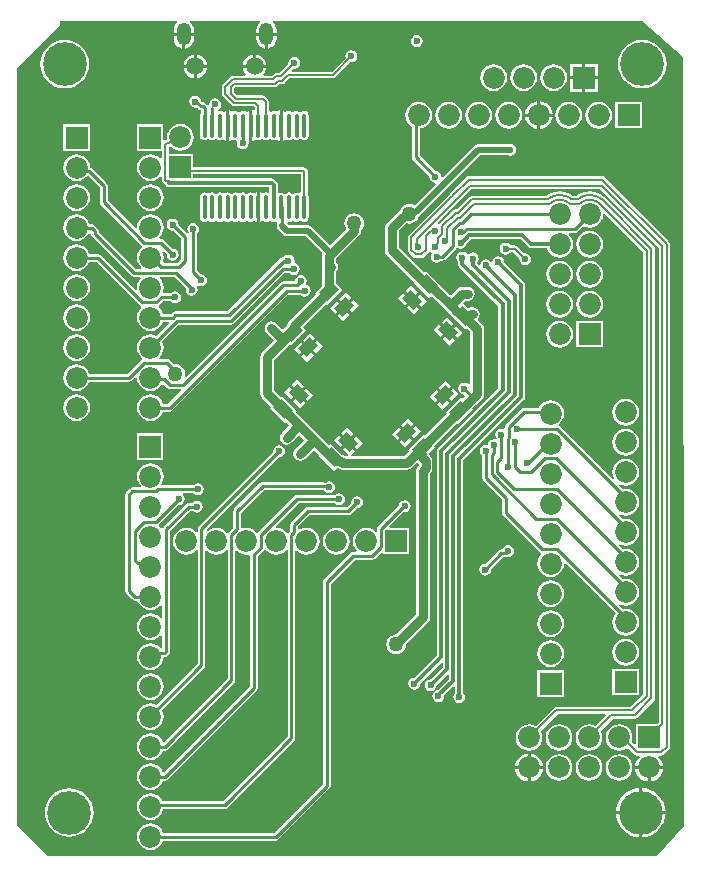
<source format=gbl>
G04*
G04 #@! TF.GenerationSoftware,Altium Limited,Altium Designer,20.1.10 (176)*
G04*
G04 Layer_Physical_Order=2*
G04 Layer_Color=16711680*
%FSLAX24Y24*%
%MOIN*%
G70*
G04*
G04 #@! TF.SameCoordinates,9D01BC41-1964-44B2-BAAF-85125F902256*
G04*
G04*
G04 #@! TF.FilePolarity,Positive*
G04*
G01*
G75*
%ADD10C,0.0098*%
%ADD11C,0.0059*%
%ADD12C,0.0100*%
%ADD15C,0.0079*%
%ADD53C,0.0197*%
%ADD54C,0.0120*%
%ADD56C,0.0295*%
%ADD57C,0.0118*%
%ADD60C,0.0591*%
%ADD61O,0.0472X0.0748*%
%ADD62C,0.0394*%
%ADD63R,0.0728X0.0728*%
%ADD64C,0.0728*%
%ADD65R,0.0728X0.0728*%
%ADD66C,0.1457*%
%ADD67C,0.0236*%
%ADD68C,0.0500*%
%ADD69O,0.0138X0.0827*%
G04:AMPARAMS|DCode=70|XSize=55.1mil|YSize=41.3mil|CornerRadius=0mil|HoleSize=0mil|Usage=FLASHONLY|Rotation=225.000|XOffset=0mil|YOffset=0mil|HoleType=Round|Shape=Rectangle|*
%AMROTATEDRECTD70*
4,1,4,0.0049,0.0341,0.0341,0.0049,-0.0049,-0.0341,-0.0341,-0.0049,0.0049,0.0341,0.0*
%
%ADD70ROTATEDRECTD70*%

G04:AMPARAMS|DCode=71|XSize=55.1mil|YSize=41.3mil|CornerRadius=0mil|HoleSize=0mil|Usage=FLASHONLY|Rotation=315.000|XOffset=0mil|YOffset=0mil|HoleType=Round|Shape=Rectangle|*
%AMROTATEDRECTD71*
4,1,4,-0.0341,0.0049,-0.0049,0.0341,0.0341,-0.0049,0.0049,-0.0341,-0.0341,0.0049,0.0*
%
%ADD71ROTATEDRECTD71*%

%ADD72C,0.0080*%
G36*
X22145Y26799D02*
X22199Y1150D01*
X21300Y150D01*
X1000D01*
X-50Y1200D01*
Y26400D01*
X0Y26450D01*
X1400Y27850D01*
Y28000D01*
X5302D01*
X5319Y27950D01*
X5276Y27917D01*
X5222Y27847D01*
X5189Y27765D01*
X5177Y27677D01*
Y27589D01*
X5516D01*
X5855D01*
Y27677D01*
X5844Y27765D01*
X5810Y27847D01*
X5756Y27917D01*
X5713Y27950D01*
X5730Y28000D01*
X8058D01*
X8075Y27950D01*
X8032Y27917D01*
X7978Y27847D01*
X7944Y27765D01*
X7933Y27677D01*
Y27589D01*
X8272D01*
X8611D01*
Y27677D01*
X8600Y27765D01*
X8566Y27847D01*
X8512Y27917D01*
X8469Y27950D01*
X8486Y28000D01*
X20800D01*
X22145Y26799D01*
D02*
G37*
%LPC*%
G36*
X13286Y27522D02*
X13209Y27507D01*
X13144Y27463D01*
X13101Y27398D01*
X13086Y27321D01*
X13101Y27244D01*
X13144Y27179D01*
X13209Y27136D01*
X13286Y27121D01*
X13363Y27136D01*
X13428Y27179D01*
X13472Y27244D01*
X13487Y27321D01*
X13472Y27398D01*
X13428Y27463D01*
X13363Y27507D01*
X13286Y27522D01*
D02*
G37*
G36*
X8611Y27489D02*
X8322D01*
Y27069D01*
X8360Y27074D01*
X8442Y27108D01*
X8512Y27162D01*
X8566Y27232D01*
X8600Y27314D01*
X8611Y27402D01*
Y27489D01*
D02*
G37*
G36*
X5855D02*
X5566D01*
Y27069D01*
X5604Y27074D01*
X5686Y27108D01*
X5756Y27162D01*
X5810Y27232D01*
X5844Y27314D01*
X5855Y27402D01*
Y27489D01*
D02*
G37*
G36*
X8222D02*
X7933D01*
Y27402D01*
X7944Y27314D01*
X7978Y27232D01*
X8032Y27162D01*
X8102Y27108D01*
X8184Y27074D01*
X8222Y27069D01*
Y27489D01*
D02*
G37*
G36*
X5466D02*
X5177D01*
Y27402D01*
X5189Y27314D01*
X5222Y27232D01*
X5276Y27162D01*
X5347Y27108D01*
X5428Y27074D01*
X5466Y27069D01*
Y27489D01*
D02*
G37*
G36*
X5960Y26868D02*
Y26526D01*
X6302D01*
X6295Y26580D01*
X6255Y26676D01*
X6192Y26758D01*
X6109Y26822D01*
X6013Y26861D01*
X5960Y26868D01*
D02*
G37*
G36*
X7928D02*
Y26526D01*
X8270D01*
X8263Y26580D01*
X8224Y26676D01*
X8160Y26758D01*
X8078Y26822D01*
X7982Y26861D01*
X7928Y26868D01*
D02*
G37*
G36*
X7828D02*
X7775Y26861D01*
X7679Y26822D01*
X7596Y26758D01*
X7533Y26676D01*
X7493Y26580D01*
X7486Y26526D01*
X7828D01*
Y26868D01*
D02*
G37*
G36*
X5860D02*
X5807Y26861D01*
X5710Y26822D01*
X5628Y26758D01*
X5565Y26676D01*
X5525Y26580D01*
X5518Y26526D01*
X5860D01*
Y26868D01*
D02*
G37*
G36*
X11105Y27007D02*
X11028Y26992D01*
X10963Y26948D01*
X10920Y26883D01*
X10904Y26806D01*
X10912Y26769D01*
X10445Y26302D01*
X9133D01*
X9114Y26348D01*
X9164Y26398D01*
X9202Y26391D01*
X9278Y26406D01*
X9344Y26450D01*
X9387Y26515D01*
X9402Y26592D01*
X9387Y26669D01*
X9344Y26734D01*
X9278Y26777D01*
X9202Y26792D01*
X9125Y26777D01*
X9060Y26734D01*
X9016Y26669D01*
X9001Y26592D01*
X9008Y26555D01*
X8714Y26260D01*
X8600D01*
X8558Y26252D01*
X8522Y26228D01*
X8454Y26160D01*
X8194D01*
X8172Y26210D01*
X8224Y26277D01*
X8263Y26373D01*
X8270Y26426D01*
X7878D01*
X7486D01*
X7493Y26373D01*
X7533Y26277D01*
X7584Y26210D01*
X7563Y26160D01*
X7150D01*
X7108Y26152D01*
X7072Y26128D01*
X6822Y25878D01*
X6798Y25842D01*
X6790Y25800D01*
Y25550D01*
X6798Y25508D01*
X6822Y25472D01*
X7122Y25172D01*
X7158Y25148D01*
X7200Y25140D01*
X7854D01*
X7892Y25102D01*
Y25011D01*
X7842Y24984D01*
X7812Y25004D01*
X7796Y25007D01*
Y24500D01*
Y23993D01*
X7812Y23996D01*
X7868Y24034D01*
X7925Y24029D01*
X7944Y24016D01*
X8002Y24005D01*
X8060Y24016D01*
X8108Y24049D01*
X8151D01*
X8200Y24016D01*
X8258Y24005D01*
X8315Y24016D01*
X8352Y24041D01*
X8386Y24046D01*
X8419Y24041D01*
X8456Y24016D01*
X8514Y24005D01*
X8571Y24016D01*
X8591Y24029D01*
X8648Y24034D01*
X8704Y23996D01*
X8720Y23993D01*
Y24500D01*
Y25007D01*
X8704Y25004D01*
X8648Y24966D01*
X8591Y24971D01*
X8571Y24984D01*
X8514Y24995D01*
X8456Y24984D01*
X8419Y24959D01*
X8418Y24958D01*
X8380Y24971D01*
X8368Y24980D01*
Y25292D01*
X8360Y25334D01*
X8336Y25370D01*
X8228Y25478D01*
X8192Y25502D01*
X8150Y25510D01*
X7296D01*
X7210Y25596D01*
Y25754D01*
X7246Y25790D01*
X8550D01*
X8592Y25798D01*
X8628Y25822D01*
X8696Y25890D01*
X8805D01*
X8847Y25898D01*
X8883Y25922D01*
X9042Y26081D01*
X10490D01*
X10533Y26090D01*
X10568Y26114D01*
X11068Y26613D01*
X11105Y26606D01*
X11182Y26621D01*
X11247Y26665D01*
X11291Y26730D01*
X11306Y26806D01*
X11291Y26883D01*
X11247Y26948D01*
X11182Y26992D01*
X11105Y27007D01*
D02*
G37*
G36*
X19314Y26564D02*
X18900D01*
Y26150D01*
X19314D01*
Y26564D01*
D02*
G37*
G36*
X18800D02*
X18386D01*
Y26150D01*
X18800D01*
Y26564D01*
D02*
G37*
G36*
X6302Y26426D02*
X5960D01*
Y26084D01*
X6013Y26091D01*
X6109Y26131D01*
X6192Y26194D01*
X6255Y26277D01*
X6295Y26373D01*
X6302Y26426D01*
D02*
G37*
G36*
X5860D02*
X5518D01*
X5525Y26373D01*
X5565Y26277D01*
X5628Y26194D01*
X5710Y26131D01*
X5807Y26091D01*
X5860Y26084D01*
Y26426D01*
D02*
G37*
G36*
X20800Y27361D02*
X20642Y27345D01*
X20490Y27299D01*
X20349Y27224D01*
X20227Y27123D01*
X20126Y27001D01*
X20051Y26860D01*
X20005Y26708D01*
X19989Y26550D01*
X20005Y26392D01*
X20051Y26240D01*
X20126Y26099D01*
X20227Y25977D01*
X20349Y25876D01*
X20490Y25801D01*
X20642Y25755D01*
X20800Y25739D01*
X20958Y25755D01*
X21110Y25801D01*
X21251Y25876D01*
X21373Y25977D01*
X21474Y26099D01*
X21549Y26240D01*
X21595Y26392D01*
X21611Y26550D01*
X21595Y26708D01*
X21549Y26860D01*
X21474Y27001D01*
X21373Y27123D01*
X21251Y27224D01*
X21110Y27299D01*
X20958Y27345D01*
X20800Y27361D01*
D02*
G37*
G36*
X1550D02*
X1392Y27345D01*
X1240Y27299D01*
X1099Y27224D01*
X977Y27123D01*
X876Y27001D01*
X801Y26860D01*
X755Y26708D01*
X739Y26550D01*
X755Y26392D01*
X801Y26240D01*
X876Y26099D01*
X977Y25977D01*
X1099Y25876D01*
X1240Y25801D01*
X1392Y25755D01*
X1550Y25739D01*
X1708Y25755D01*
X1860Y25801D01*
X2001Y25876D01*
X2123Y25977D01*
X2224Y26099D01*
X2299Y26240D01*
X2345Y26392D01*
X2361Y26550D01*
X2345Y26708D01*
X2299Y26860D01*
X2224Y27001D01*
X2123Y27123D01*
X2001Y27224D01*
X1860Y27299D01*
X1708Y27345D01*
X1550Y27361D01*
D02*
G37*
G36*
X17850Y26547D02*
X17734Y26532D01*
X17627Y26487D01*
X17534Y26416D01*
X17463Y26323D01*
X17418Y26216D01*
X17403Y26100D01*
X17418Y25984D01*
X17463Y25877D01*
X17534Y25784D01*
X17627Y25713D01*
X17734Y25668D01*
X17850Y25653D01*
X17966Y25668D01*
X18073Y25713D01*
X18166Y25784D01*
X18237Y25877D01*
X18282Y25984D01*
X18297Y26100D01*
X18282Y26216D01*
X18237Y26323D01*
X18166Y26416D01*
X18073Y26487D01*
X17966Y26532D01*
X17850Y26547D01*
D02*
G37*
G36*
X16850D02*
X16734Y26532D01*
X16627Y26487D01*
X16534Y26416D01*
X16463Y26323D01*
X16418Y26216D01*
X16403Y26100D01*
X16418Y25984D01*
X16463Y25877D01*
X16534Y25784D01*
X16627Y25713D01*
X16734Y25668D01*
X16850Y25653D01*
X16966Y25668D01*
X17073Y25713D01*
X17166Y25784D01*
X17237Y25877D01*
X17282Y25984D01*
X17297Y26100D01*
X17282Y26216D01*
X17237Y26323D01*
X17166Y26416D01*
X17073Y26487D01*
X16966Y26532D01*
X16850Y26547D01*
D02*
G37*
G36*
X15850D02*
X15734Y26532D01*
X15627Y26487D01*
X15534Y26416D01*
X15463Y26323D01*
X15418Y26216D01*
X15403Y26100D01*
X15418Y25984D01*
X15463Y25877D01*
X15534Y25784D01*
X15627Y25713D01*
X15734Y25668D01*
X15850Y25653D01*
X15966Y25668D01*
X16073Y25713D01*
X16166Y25784D01*
X16237Y25877D01*
X16282Y25984D01*
X16297Y26100D01*
X16282Y26216D01*
X16237Y26323D01*
X16166Y26416D01*
X16073Y26487D01*
X15966Y26532D01*
X15850Y26547D01*
D02*
G37*
G36*
X19314Y26050D02*
X18900D01*
Y25636D01*
X19314D01*
Y26050D01*
D02*
G37*
G36*
X18800D02*
X18386D01*
Y25636D01*
X18800D01*
Y26050D01*
D02*
G37*
G36*
X7696Y25007D02*
X7680Y25004D01*
X7624Y24966D01*
X7567Y24971D01*
X7548Y24984D01*
X7490Y24995D01*
X7433Y24984D01*
X7396Y24959D01*
X7362Y24954D01*
X7329Y24959D01*
X7292Y24984D01*
X7234Y24995D01*
X7177Y24984D01*
X7157Y24971D01*
X7100Y24966D01*
X7044Y25004D01*
X7028Y25007D01*
Y24500D01*
Y23993D01*
X7044Y23996D01*
X7100Y24034D01*
X7157Y24029D01*
X7177Y24016D01*
X7234Y24005D01*
X7262Y24011D01*
X7269Y24007D01*
X7301Y23967D01*
X7289Y23910D01*
X7305Y23833D01*
X7348Y23768D01*
X7413Y23724D01*
X7490Y23709D01*
X7567Y23724D01*
X7632Y23768D01*
X7676Y23833D01*
X7691Y23910D01*
X7684Y23945D01*
X7696Y23957D01*
Y24500D01*
Y25007D01*
D02*
G37*
G36*
X17400Y25312D02*
Y24900D01*
X17812D01*
X17802Y24971D01*
X17755Y25084D01*
X17681Y25181D01*
X17584Y25255D01*
X17471Y25302D01*
X17400Y25312D01*
D02*
G37*
G36*
X17300D02*
X17229Y25302D01*
X17116Y25255D01*
X17019Y25181D01*
X16945Y25084D01*
X16898Y24971D01*
X16888Y24900D01*
X17300D01*
Y25312D01*
D02*
G37*
G36*
X20793Y25293D02*
X19907D01*
Y24407D01*
X20793D01*
Y25293D01*
D02*
G37*
G36*
X19350Y25297D02*
X19234Y25282D01*
X19127Y25237D01*
X19034Y25166D01*
X18963Y25073D01*
X18918Y24966D01*
X18903Y24850D01*
X18918Y24734D01*
X18963Y24627D01*
X19034Y24534D01*
X19127Y24463D01*
X19234Y24418D01*
X19350Y24403D01*
X19466Y24418D01*
X19573Y24463D01*
X19666Y24534D01*
X19737Y24627D01*
X19782Y24734D01*
X19797Y24850D01*
X19782Y24966D01*
X19737Y25073D01*
X19666Y25166D01*
X19573Y25237D01*
X19466Y25282D01*
X19350Y25297D01*
D02*
G37*
G36*
X18350D02*
X18234Y25282D01*
X18127Y25237D01*
X18034Y25166D01*
X17963Y25073D01*
X17918Y24966D01*
X17903Y24850D01*
X17918Y24734D01*
X17963Y24627D01*
X18034Y24534D01*
X18127Y24463D01*
X18234Y24418D01*
X18350Y24403D01*
X18466Y24418D01*
X18573Y24463D01*
X18666Y24534D01*
X18737Y24627D01*
X18782Y24734D01*
X18797Y24850D01*
X18782Y24966D01*
X18737Y25073D01*
X18666Y25166D01*
X18573Y25237D01*
X18466Y25282D01*
X18350Y25297D01*
D02*
G37*
G36*
X16350D02*
X16234Y25282D01*
X16127Y25237D01*
X16034Y25166D01*
X15963Y25073D01*
X15918Y24966D01*
X15903Y24850D01*
X15918Y24734D01*
X15963Y24627D01*
X16034Y24534D01*
X16127Y24463D01*
X16234Y24418D01*
X16350Y24403D01*
X16466Y24418D01*
X16573Y24463D01*
X16666Y24534D01*
X16737Y24627D01*
X16782Y24734D01*
X16797Y24850D01*
X16782Y24966D01*
X16737Y25073D01*
X16666Y25166D01*
X16573Y25237D01*
X16466Y25282D01*
X16350Y25297D01*
D02*
G37*
G36*
X15350D02*
X15234Y25282D01*
X15127Y25237D01*
X15034Y25166D01*
X14963Y25073D01*
X14918Y24966D01*
X14903Y24850D01*
X14918Y24734D01*
X14963Y24627D01*
X15034Y24534D01*
X15127Y24463D01*
X15234Y24418D01*
X15350Y24403D01*
X15466Y24418D01*
X15573Y24463D01*
X15666Y24534D01*
X15737Y24627D01*
X15782Y24734D01*
X15797Y24850D01*
X15782Y24966D01*
X15737Y25073D01*
X15666Y25166D01*
X15573Y25237D01*
X15466Y25282D01*
X15350Y25297D01*
D02*
G37*
G36*
X14350D02*
X14234Y25282D01*
X14127Y25237D01*
X14034Y25166D01*
X13963Y25073D01*
X13918Y24966D01*
X13903Y24850D01*
X13918Y24734D01*
X13963Y24627D01*
X14034Y24534D01*
X14127Y24463D01*
X14234Y24418D01*
X14350Y24403D01*
X14466Y24418D01*
X14573Y24463D01*
X14666Y24534D01*
X14737Y24627D01*
X14782Y24734D01*
X14797Y24850D01*
X14782Y24966D01*
X14737Y25073D01*
X14666Y25166D01*
X14573Y25237D01*
X14466Y25282D01*
X14350Y25297D01*
D02*
G37*
G36*
X17812Y24800D02*
X17400D01*
Y24388D01*
X17471Y24398D01*
X17584Y24445D01*
X17681Y24519D01*
X17755Y24616D01*
X17802Y24729D01*
X17812Y24800D01*
D02*
G37*
G36*
X17300D02*
X16888D01*
X16898Y24729D01*
X16945Y24616D01*
X17019Y24519D01*
X17116Y24445D01*
X17229Y24398D01*
X17300Y24388D01*
Y24800D01*
D02*
G37*
G36*
X8820Y25007D02*
Y24500D01*
Y23993D01*
X8836Y23996D01*
X8891Y24034D01*
X8949Y24029D01*
X8968Y24016D01*
X9026Y24005D01*
X9083Y24016D01*
X9132Y24049D01*
X9175D01*
X9224Y24016D01*
X9281Y24005D01*
X9339Y24016D01*
X9376Y24041D01*
X9409Y24046D01*
X9443Y24041D01*
X9480Y24016D01*
X9537Y24005D01*
X9595Y24016D01*
X9644Y24049D01*
X9676Y24098D01*
X9688Y24156D01*
Y24844D01*
X9676Y24902D01*
X9644Y24951D01*
X9595Y24984D01*
X9537Y24995D01*
X9480Y24984D01*
X9443Y24959D01*
X9409Y24954D01*
X9376Y24959D01*
X9339Y24984D01*
X9281Y24995D01*
X9224Y24984D01*
X9175Y24951D01*
X9132D01*
X9083Y24984D01*
X9026Y24995D01*
X8968Y24984D01*
X8949Y24971D01*
X8891Y24966D01*
X8836Y25004D01*
X8820Y25007D01*
D02*
G37*
G36*
X5900Y25501D02*
X5823Y25485D01*
X5758Y25442D01*
X5715Y25377D01*
X5699Y25300D01*
X5715Y25223D01*
X5758Y25158D01*
X5823Y25115D01*
X5900Y25099D01*
X5945Y25108D01*
X5995Y25058D01*
X6037Y25029D01*
X6080Y25021D01*
Y24915D01*
X6072Y24902D01*
X6060Y24844D01*
Y24156D01*
X6072Y24098D01*
X6104Y24049D01*
X6153Y24016D01*
X6211Y24005D01*
X6268Y24016D01*
X6305Y24041D01*
X6339Y24046D01*
X6372Y24041D01*
X6409Y24016D01*
X6467Y24005D01*
X6524Y24016D01*
X6573Y24049D01*
X6616D01*
X6665Y24016D01*
X6722Y24005D01*
X6780Y24016D01*
X6799Y24029D01*
X6857Y24034D01*
X6912Y23996D01*
X6928Y23993D01*
Y24500D01*
Y25007D01*
X6912Y25004D01*
X6857Y24966D01*
X6799Y24971D01*
X6780Y24984D01*
X6722Y24995D01*
X6675Y24986D01*
X6656Y25033D01*
X6710Y25069D01*
X6754Y25134D01*
X6769Y25211D01*
X6754Y25288D01*
X6710Y25353D01*
X6645Y25397D01*
X6568Y25412D01*
X6492Y25397D01*
X6427Y25353D01*
X6383Y25288D01*
X6368Y25211D01*
X6352Y25196D01*
X6303Y25182D01*
X6242Y25242D01*
X6200Y25271D01*
X6150Y25280D01*
X6141D01*
X6095Y25326D01*
X6085Y25377D01*
X6042Y25442D01*
X5977Y25485D01*
X5900Y25501D01*
D02*
G37*
G36*
X13350Y25297D02*
X13234Y25282D01*
X13127Y25237D01*
X13034Y25166D01*
X12963Y25073D01*
X12918Y24966D01*
X12903Y24850D01*
X12918Y24734D01*
X12963Y24627D01*
X13034Y24534D01*
X13119Y24469D01*
Y23450D01*
X13129Y23400D01*
X13157Y23357D01*
X13710Y22805D01*
X13707Y22792D01*
X13723Y22715D01*
X13766Y22650D01*
X13831Y22606D01*
X13899Y22593D01*
X13923Y22547D01*
X13215Y21839D01*
X13199Y21851D01*
X13119Y21884D01*
X13034Y21895D01*
X12948Y21884D01*
X12868Y21851D01*
X12799Y21798D01*
X12746Y21729D01*
X12724Y21675D01*
X12723Y21674D01*
X12648Y21624D01*
X12284Y21261D01*
X12234Y21186D01*
X12216Y21097D01*
Y20853D01*
X12219Y20839D01*
Y20350D01*
X12237Y20262D01*
X12287Y20187D01*
X13211Y19262D01*
X13205Y19256D01*
X13706Y18755D01*
X13772Y18821D01*
X14249Y18344D01*
X14454Y18138D01*
X14510Y18101D01*
X14906Y17705D01*
X14945Y17744D01*
X15069Y17619D01*
Y15888D01*
X15019Y15873D01*
X15018Y15874D01*
X14953Y15918D01*
X14876Y15933D01*
X14799Y15918D01*
X14734Y15874D01*
X14691Y15809D01*
X14675Y15732D01*
X14691Y15656D01*
X14734Y15590D01*
X14799Y15547D01*
X14866Y15534D01*
X14881Y15503D01*
X14885Y15483D01*
X14802Y15399D01*
X14756Y15445D01*
X14255Y14944D01*
X14294Y14905D01*
X13545Y14156D01*
X13506Y14195D01*
X13005Y13694D01*
X13037Y13662D01*
X12855Y13481D01*
X11112D01*
X11091Y13531D01*
X11225Y13664D01*
X10994Y13894D01*
X10813Y13713D01*
X10995Y13531D01*
X10974Y13481D01*
X10896D01*
X10839Y13519D01*
X10808Y13525D01*
X10431Y13902D01*
X10370Y13842D01*
X10056Y14156D01*
X9499Y14712D01*
X9256Y14955D01*
X9295Y14994D01*
X8794Y15495D01*
X8755Y15456D01*
X8531Y15681D01*
Y16684D01*
X9063Y17216D01*
X9101Y17177D01*
X9602Y17678D01*
X9493Y17787D01*
X10263Y18557D01*
X10301Y18518D01*
X10802Y19019D01*
X10581Y19241D01*
Y19618D01*
X10600Y19637D01*
X10650Y19712D01*
X10667Y19800D01*
X10650Y19888D01*
X10600Y19963D01*
X10581Y19976D01*
Y20054D01*
X11363Y20837D01*
X11413Y20912D01*
X11431Y21000D01*
X11431Y21000D01*
Y21013D01*
X11434Y21016D01*
X11487Y21084D01*
X11520Y21164D01*
X11532Y21250D01*
X11520Y21336D01*
X11487Y21416D01*
X11434Y21484D01*
X11366Y21537D01*
X11286Y21570D01*
X11200Y21582D01*
X11114Y21570D01*
X11034Y21537D01*
X10966Y21484D01*
X10913Y21416D01*
X10880Y21336D01*
X10868Y21250D01*
X10880Y21164D01*
X10913Y21084D01*
X10932Y21059D01*
X10390Y20516D01*
X9778Y21128D01*
X9719Y21167D01*
X9650Y21181D01*
X9025D01*
X8974Y21231D01*
X8971Y21248D01*
X9004Y21289D01*
X9010Y21292D01*
X9026Y21288D01*
X9083Y21300D01*
X9132Y21333D01*
X9175D01*
X9224Y21300D01*
X9281Y21288D01*
X9339Y21300D01*
X9376Y21325D01*
X9409Y21329D01*
X9443Y21325D01*
X9480Y21300D01*
X9537Y21288D01*
X9595Y21300D01*
X9644Y21333D01*
X9676Y21381D01*
X9688Y21439D01*
Y22128D01*
X9676Y22186D01*
X9658Y22213D01*
Y22954D01*
X9658Y22954D01*
X9649Y23000D01*
X9623Y23039D01*
X9623Y23039D01*
X9576Y23085D01*
X9537Y23111D01*
X9491Y23120D01*
X9491Y23120D01*
X5843D01*
Y23553D01*
X5021D01*
Y23786D01*
X5067Y23795D01*
X5078Y23802D01*
X5084Y23794D01*
X5177Y23723D01*
X5284Y23679D01*
X5400Y23663D01*
X5516Y23679D01*
X5623Y23723D01*
X5716Y23794D01*
X5787Y23887D01*
X5832Y23995D01*
X5847Y24110D01*
X5832Y24226D01*
X5787Y24334D01*
X5716Y24426D01*
X5623Y24497D01*
X5516Y24542D01*
X5400Y24557D01*
X5284Y24542D01*
X5177Y24497D01*
X5084Y24426D01*
X5013Y24334D01*
X4968Y24226D01*
X4953Y24110D01*
X4958Y24075D01*
X4957Y24028D01*
X4910Y24018D01*
X4893Y24007D01*
X4843Y24033D01*
Y24543D01*
X3957D01*
Y23657D01*
X4779D01*
Y23412D01*
X4732Y23395D01*
X4716Y23416D01*
X4623Y23487D01*
X4516Y23532D01*
X4400Y23547D01*
X4284Y23532D01*
X4177Y23487D01*
X4084Y23416D01*
X4013Y23323D01*
X3968Y23216D01*
X3953Y23100D01*
X3968Y22984D01*
X4013Y22877D01*
X4084Y22784D01*
X4177Y22713D01*
X4284Y22668D01*
X4400Y22653D01*
X4516Y22668D01*
X4623Y22713D01*
X4716Y22784D01*
X4732Y22805D01*
X4779Y22789D01*
Y22700D01*
X4779Y22700D01*
X4788Y22654D01*
X4814Y22614D01*
X4906Y22523D01*
X4906Y22523D01*
X4906Y22523D01*
X4916Y22509D01*
X4924Y22500D01*
X4970Y22469D01*
X5024Y22459D01*
X8372D01*
Y22289D01*
X8322Y22262D01*
X8315Y22267D01*
X8258Y22278D01*
X8200Y22267D01*
X8181Y22254D01*
X8124Y22250D01*
X8068Y22287D01*
X8052Y22290D01*
Y21783D01*
Y21277D01*
X8068Y21280D01*
X8124Y21317D01*
X8181Y21313D01*
X8200Y21300D01*
X8258Y21288D01*
X8315Y21300D01*
X8352Y21325D01*
X8386Y21329D01*
X8419Y21325D01*
X8456Y21300D01*
X8514Y21288D01*
X8571Y21300D01*
X8596Y21316D01*
X8602Y21313D01*
X8633Y21269D01*
X8619Y21200D01*
Y21150D01*
X8633Y21081D01*
X8672Y21022D01*
X8822Y20872D01*
X8881Y20833D01*
X8950Y20819D01*
X9575D01*
X10145Y20250D01*
X10137Y20238D01*
X10119Y20150D01*
Y19800D01*
X10128Y19757D01*
X10119Y19713D01*
Y19152D01*
X10121Y19145D01*
X9898Y18922D01*
X9936Y18883D01*
X9036Y17983D01*
X8985Y17908D01*
X8976Y17859D01*
X8818Y17701D01*
X8606Y17913D01*
X8531Y17963D01*
X8443Y17981D01*
X8354Y17963D01*
X8280Y17913D01*
X8230Y17838D01*
X8212Y17750D01*
X8230Y17661D01*
X8280Y17587D01*
X8530Y17336D01*
X8137Y16942D01*
X8087Y16868D01*
X8069Y16779D01*
Y15585D01*
X8087Y15497D01*
X8137Y15422D01*
X8429Y15130D01*
X8390Y15091D01*
X8891Y14590D01*
X8930Y14629D01*
X9041Y14517D01*
X8787Y14263D01*
X8737Y14188D01*
X8719Y14100D01*
X8737Y14012D01*
X8787Y13937D01*
X8862Y13887D01*
X8950Y13869D01*
X9038Y13887D01*
X9113Y13937D01*
X9367Y14191D01*
X9541Y14017D01*
X9237Y13713D01*
X9187Y13638D01*
X9169Y13550D01*
X9187Y13462D01*
X9237Y13387D01*
X9312Y13337D01*
X9400Y13319D01*
X9488Y13337D01*
X9563Y13387D01*
X9867Y13691D01*
X10043Y13515D01*
X10027Y13499D01*
X10528Y12998D01*
X10611Y13080D01*
X10637Y13075D01*
X10661D01*
X10718Y13037D01*
X10806Y13019D01*
X12951D01*
X13039Y13037D01*
X13114Y13087D01*
X13301Y13273D01*
X13347Y13227D01*
Y13173D01*
X13337Y13163D01*
X13287Y13088D01*
X13269Y13000D01*
Y12500D01*
Y8213D01*
X12602Y7545D01*
X12597Y7546D01*
X12511Y7534D01*
X12431Y7501D01*
X12362Y7449D01*
X12310Y7380D01*
X12277Y7300D01*
X12265Y7214D01*
X12277Y7128D01*
X12310Y7048D01*
X12362Y6980D01*
X12431Y6927D01*
X12511Y6894D01*
X12597Y6883D01*
X12683Y6894D01*
X12763Y6927D01*
X12831Y6980D01*
X12884Y7048D01*
X12917Y7128D01*
X12929Y7214D01*
X12928Y7219D01*
X13663Y7954D01*
X13713Y8029D01*
X13731Y8117D01*
Y12500D01*
Y12904D01*
X13741Y12914D01*
X13791Y12989D01*
X13809Y13078D01*
Y13322D01*
X13791Y13411D01*
X13741Y13486D01*
X13688Y13538D01*
Y13562D01*
X13687Y13568D01*
X13910Y13791D01*
X13871Y13830D01*
X14620Y14579D01*
X14659Y14540D01*
X15160Y15041D01*
X15128Y15073D01*
X15200Y15144D01*
X15263Y15187D01*
X15463Y15387D01*
X15513Y15462D01*
X15531Y15550D01*
Y17715D01*
X15513Y17803D01*
X15463Y17878D01*
X15314Y18027D01*
X15316Y18047D01*
X15366Y18122D01*
X15384Y18210D01*
X15366Y18298D01*
X15316Y18373D01*
X15241Y18423D01*
X15153Y18441D01*
X15091D01*
X15003Y18423D01*
X14998Y18420D01*
X14825Y18593D01*
X14899Y18668D01*
X14990D01*
X15078Y18685D01*
X15153Y18735D01*
X15203Y18810D01*
X15221Y18898D01*
X15203Y18987D01*
X15153Y19062D01*
X15078Y19112D01*
X14990Y19129D01*
X14804D01*
X14715Y19112D01*
X14641Y19062D01*
X14412Y18833D01*
X14098Y19147D01*
X14110Y19159D01*
X13609Y19660D01*
X13538Y19589D01*
X12681Y20446D01*
Y20850D01*
X12678Y20864D01*
Y21002D01*
X12914Y21238D01*
X12945Y21244D01*
X12948Y21243D01*
X13034Y21232D01*
X13119Y21243D01*
X13199Y21276D01*
X13268Y21329D01*
X13321Y21398D01*
X13353Y21475D01*
X13381Y21494D01*
X15406Y23519D01*
X16316D01*
X16323Y23515D01*
X16400Y23499D01*
X16477Y23515D01*
X16542Y23558D01*
X16585Y23623D01*
X16601Y23700D01*
X16585Y23777D01*
X16542Y23842D01*
X16477Y23885D01*
X16400Y23901D01*
X16323Y23885D01*
X16316Y23881D01*
X15332D01*
X15262Y23867D01*
X15204Y23828D01*
X14153Y22777D01*
X14107Y22801D01*
X14094Y22869D01*
X14050Y22934D01*
X13985Y22977D01*
X13908Y22993D01*
X13896Y22990D01*
X13381Y23504D01*
Y24407D01*
X13466Y24418D01*
X13573Y24463D01*
X13666Y24534D01*
X13737Y24627D01*
X13782Y24734D01*
X13797Y24850D01*
X13782Y24966D01*
X13737Y25073D01*
X13666Y25166D01*
X13573Y25237D01*
X13466Y25282D01*
X13350Y25297D01*
D02*
G37*
G36*
X2393Y24543D02*
X1507D01*
Y23657D01*
X2393D01*
Y24543D01*
D02*
G37*
G36*
X7952Y22290D02*
X7936Y22287D01*
X7880Y22250D01*
X7823Y22254D01*
X7804Y22267D01*
X7746Y22278D01*
X7688Y22267D01*
X7640Y22234D01*
X7597D01*
X7548Y22267D01*
X7490Y22278D01*
X7433Y22267D01*
X7396Y22242D01*
X7362Y22237D01*
X7329Y22242D01*
X7292Y22267D01*
X7234Y22278D01*
X7177Y22267D01*
X7128Y22234D01*
X7085D01*
X7036Y22267D01*
X6978Y22278D01*
X6921Y22267D01*
X6884Y22242D01*
X6850Y22237D01*
X6817Y22242D01*
X6780Y22267D01*
X6722Y22278D01*
X6665Y22267D01*
X6616Y22234D01*
X6573D01*
X6524Y22267D01*
X6467Y22278D01*
X6409Y22267D01*
X6372Y22242D01*
X6339Y22237D01*
X6305Y22242D01*
X6268Y22267D01*
X6211Y22278D01*
X6153Y22267D01*
X6104Y22234D01*
X6072Y22186D01*
X6060Y22128D01*
Y21439D01*
X6072Y21381D01*
X6104Y21333D01*
X6153Y21300D01*
X6211Y21288D01*
X6268Y21300D01*
X6317Y21333D01*
X6360D01*
X6409Y21300D01*
X6467Y21288D01*
X6524Y21300D01*
X6573Y21333D01*
X6616D01*
X6665Y21300D01*
X6722Y21288D01*
X6780Y21300D01*
X6817Y21325D01*
X6850Y21329D01*
X6884Y21325D01*
X6921Y21300D01*
X6978Y21288D01*
X7036Y21300D01*
X7085Y21333D01*
X7128D01*
X7177Y21300D01*
X7234Y21288D01*
X7292Y21300D01*
X7329Y21325D01*
X7362Y21329D01*
X7396Y21325D01*
X7433Y21300D01*
X7490Y21288D01*
X7548Y21300D01*
X7597Y21333D01*
X7640D01*
X7688Y21300D01*
X7746Y21288D01*
X7804Y21300D01*
X7823Y21313D01*
X7880Y21317D01*
X7936Y21280D01*
X7952Y21277D01*
Y21783D01*
Y22290D01*
D02*
G37*
G36*
X4400Y22547D02*
X4284Y22532D01*
X4177Y22487D01*
X4084Y22416D01*
X4013Y22323D01*
X3968Y22216D01*
X3953Y22100D01*
X3968Y21984D01*
X4013Y21877D01*
X4084Y21784D01*
X4177Y21713D01*
X4284Y21668D01*
X4400Y21653D01*
X4516Y21668D01*
X4623Y21713D01*
X4716Y21784D01*
X4787Y21877D01*
X4832Y21984D01*
X4847Y22100D01*
X4832Y22216D01*
X4787Y22323D01*
X4716Y22416D01*
X4623Y22487D01*
X4516Y22532D01*
X4400Y22547D01*
D02*
G37*
G36*
X1950D02*
X1834Y22532D01*
X1727Y22487D01*
X1634Y22416D01*
X1563Y22323D01*
X1518Y22216D01*
X1503Y22100D01*
X1518Y21984D01*
X1563Y21877D01*
X1634Y21784D01*
X1727Y21713D01*
X1834Y21668D01*
X1950Y21653D01*
X2066Y21668D01*
X2173Y21713D01*
X2266Y21784D01*
X2337Y21877D01*
X2382Y21984D01*
X2397Y22100D01*
X2382Y22216D01*
X2337Y22323D01*
X2266Y22416D01*
X2173Y22487D01*
X2066Y22532D01*
X1950Y22547D01*
D02*
G37*
G36*
X19050Y20997D02*
X18934Y20982D01*
X18827Y20937D01*
X18734Y20866D01*
X18663Y20773D01*
X18618Y20666D01*
X18603Y20550D01*
X18618Y20434D01*
X18663Y20327D01*
X18734Y20234D01*
X18827Y20163D01*
X18934Y20118D01*
X19050Y20103D01*
X19166Y20118D01*
X19273Y20163D01*
X19366Y20234D01*
X19437Y20327D01*
X19482Y20434D01*
X19497Y20550D01*
X19482Y20666D01*
X19437Y20773D01*
X19366Y20866D01*
X19273Y20937D01*
X19166Y20982D01*
X19050Y20997D01*
D02*
G37*
G36*
X16250Y20601D02*
X16173Y20585D01*
X16108Y20542D01*
X16065Y20477D01*
X16049Y20400D01*
X16065Y20323D01*
X16108Y20258D01*
X16173Y20215D01*
X16250Y20199D01*
X16327Y20215D01*
X16392Y20258D01*
X16413Y20290D01*
X16504D01*
X16707Y20087D01*
X16699Y20050D01*
X16715Y19973D01*
X16758Y19908D01*
X16823Y19865D01*
X16900Y19849D01*
X16977Y19865D01*
X17042Y19908D01*
X17085Y19973D01*
X17101Y20050D01*
X17085Y20127D01*
X17042Y20192D01*
X16977Y20235D01*
X16900Y20251D01*
X16863Y20243D01*
X16628Y20478D01*
X16592Y20502D01*
X16550Y20510D01*
X16413D01*
X16392Y20542D01*
X16327Y20585D01*
X16250Y20601D01*
D02*
G37*
G36*
X1950Y23547D02*
X1834Y23532D01*
X1727Y23487D01*
X1634Y23416D01*
X1563Y23323D01*
X1518Y23216D01*
X1503Y23100D01*
X1518Y22984D01*
X1563Y22877D01*
X1634Y22784D01*
X1727Y22713D01*
X1834Y22668D01*
X1950Y22653D01*
X2066Y22668D01*
X2173Y22713D01*
X2266Y22784D01*
X2285Y22809D01*
X2351Y22813D01*
X2719Y22446D01*
Y21953D01*
X2729Y21903D01*
X2757Y21860D01*
X4115Y20502D01*
X4123Y20490D01*
X4124Y20447D01*
X4084Y20416D01*
X4013Y20323D01*
X3968Y20216D01*
X3953Y20100D01*
X3968Y19984D01*
X4013Y19877D01*
X4084Y19784D01*
X4101Y19772D01*
X4084Y19724D01*
X3911D01*
X2681Y20954D01*
Y21000D01*
X2671Y21050D01*
X2643Y21093D01*
X2543Y21193D01*
X2500Y21221D01*
X2450Y21231D01*
X2375D01*
X2337Y21323D01*
X2266Y21416D01*
X2173Y21487D01*
X2066Y21532D01*
X1950Y21547D01*
X1834Y21532D01*
X1727Y21487D01*
X1634Y21416D01*
X1563Y21323D01*
X1518Y21216D01*
X1503Y21100D01*
X1518Y20984D01*
X1563Y20877D01*
X1634Y20784D01*
X1727Y20713D01*
X1834Y20668D01*
X1950Y20653D01*
X2066Y20668D01*
X2173Y20713D01*
X2266Y20784D01*
X2337Y20877D01*
X2347Y20901D01*
X2407Y20916D01*
X2411Y20912D01*
X2420Y20895D01*
X2429Y20850D01*
X2457Y20807D01*
X3764Y19500D01*
X3807Y19472D01*
X3857Y19462D01*
X4069D01*
X4074Y19445D01*
X4081Y19412D01*
X4013Y19323D01*
X3968Y19216D01*
X3953Y19100D01*
X3960Y19046D01*
X3913Y19023D01*
X2743Y20193D01*
X2700Y20221D01*
X2650Y20231D01*
X2375D01*
X2337Y20323D01*
X2266Y20416D01*
X2173Y20487D01*
X2066Y20532D01*
X1950Y20547D01*
X1834Y20532D01*
X1727Y20487D01*
X1634Y20416D01*
X1563Y20323D01*
X1518Y20216D01*
X1503Y20100D01*
X1518Y19984D01*
X1563Y19877D01*
X1634Y19784D01*
X1727Y19713D01*
X1834Y19668D01*
X1950Y19653D01*
X2066Y19668D01*
X2173Y19713D01*
X2266Y19784D01*
X2337Y19877D01*
X2375Y19969D01*
X2596D01*
X4050Y18514D01*
X4093Y18486D01*
X4093Y18486D01*
X4105Y18432D01*
X4084Y18416D01*
X4013Y18323D01*
X3968Y18216D01*
X3953Y18100D01*
X3968Y17984D01*
X4013Y17877D01*
X4084Y17784D01*
X4177Y17713D01*
X4284Y17668D01*
X4400Y17653D01*
X4516Y17668D01*
X4623Y17713D01*
X4716Y17784D01*
X4787Y17877D01*
X4825Y17970D01*
X5020D01*
X5039Y17923D01*
X4609Y17493D01*
X4516Y17532D01*
X4400Y17547D01*
X4284Y17532D01*
X4177Y17487D01*
X4084Y17416D01*
X4013Y17323D01*
X3968Y17216D01*
X3953Y17100D01*
X3968Y16984D01*
X4013Y16877D01*
X4084Y16784D01*
X4122Y16755D01*
X4119Y16694D01*
X4104Y16684D01*
X3650Y16230D01*
X2375D01*
X2337Y16323D01*
X2266Y16416D01*
X2173Y16487D01*
X2066Y16532D01*
X1950Y16547D01*
X1834Y16532D01*
X1727Y16487D01*
X1634Y16416D01*
X1563Y16323D01*
X1518Y16216D01*
X1503Y16100D01*
X1518Y15984D01*
X1563Y15877D01*
X1634Y15784D01*
X1727Y15713D01*
X1834Y15668D01*
X1950Y15653D01*
X2066Y15668D01*
X2173Y15713D01*
X2266Y15784D01*
X2337Y15877D01*
X2375Y15970D01*
X3704D01*
X3754Y15979D01*
X3796Y16008D01*
X3910Y16121D01*
X3926Y16113D01*
X3954Y16095D01*
X3968Y15984D01*
X4013Y15877D01*
X4084Y15784D01*
X4177Y15713D01*
X4284Y15668D01*
X4400Y15653D01*
X4516Y15668D01*
X4623Y15713D01*
X4716Y15784D01*
X4787Y15877D01*
X4790Y15885D01*
X4839Y15895D01*
X4976Y15758D01*
X5019Y15730D01*
X5068Y15720D01*
X5420D01*
X5439Y15674D01*
X4996Y15230D01*
X4825D01*
X4787Y15323D01*
X4716Y15416D01*
X4623Y15487D01*
X4516Y15532D01*
X4400Y15547D01*
X4284Y15532D01*
X4177Y15487D01*
X4084Y15416D01*
X4013Y15323D01*
X3968Y15216D01*
X3953Y15100D01*
X3968Y14984D01*
X4013Y14877D01*
X4084Y14784D01*
X4177Y14713D01*
X4284Y14668D01*
X4400Y14653D01*
X4516Y14668D01*
X4623Y14713D01*
X4716Y14784D01*
X4787Y14877D01*
X4825Y14970D01*
X5050D01*
X5100Y14979D01*
X5142Y15008D01*
X9004Y18870D01*
X9400D01*
X9408Y18858D01*
X9473Y18815D01*
X9550Y18799D01*
X9627Y18815D01*
X9692Y18858D01*
X9735Y18923D01*
X9751Y19000D01*
X9735Y19077D01*
X9692Y19142D01*
X9627Y19185D01*
X9620Y19187D01*
X9601Y19233D01*
X9608Y19243D01*
X9623Y19320D01*
X9608Y19397D01*
X9564Y19462D01*
X9499Y19506D01*
X9422Y19521D01*
X9345Y19506D01*
X9280Y19462D01*
X9237Y19397D01*
X9221Y19320D01*
X9211Y19308D01*
X8827D01*
X8777Y19298D01*
X8735Y19269D01*
X5591Y16126D01*
X5568Y16134D01*
X5546Y16152D01*
X5557Y16228D01*
X5545Y16314D01*
X5512Y16394D01*
X5459Y16463D01*
X5391Y16516D01*
X5311Y16549D01*
X5225Y16560D01*
X5180Y16554D01*
X5050Y16684D01*
X5008Y16713D01*
X4958Y16723D01*
X4713D01*
X4697Y16770D01*
X4716Y16784D01*
X4787Y16877D01*
X4832Y16984D01*
X4847Y17100D01*
X4832Y17216D01*
X4793Y17309D01*
X5354Y17870D01*
X7100D01*
X7150Y17879D01*
X7192Y17908D01*
X8887Y19602D01*
X9029D01*
X9045Y19578D01*
X9110Y19535D01*
X9187Y19519D01*
X9264Y19535D01*
X9329Y19578D01*
X9373Y19643D01*
X9388Y19720D01*
X9373Y19797D01*
X9329Y19862D01*
X9264Y19905D01*
X9244Y19909D01*
X9205Y19968D01*
X9211Y19997D01*
X9195Y20073D01*
X9152Y20138D01*
X9087Y20182D01*
X9010Y20197D01*
X8933Y20182D01*
X8868Y20138D01*
X8860Y20127D01*
X8846D01*
X8796Y20117D01*
X8754Y20089D01*
X6973Y18308D01*
X5227D01*
X5177Y18298D01*
X5134Y18269D01*
X5095Y18230D01*
X4825D01*
X4787Y18323D01*
X4716Y18416D01*
X4680Y18444D01*
X4682Y18505D01*
X4697Y18514D01*
X4826Y18643D01*
X4830Y18642D01*
X5077D01*
X5085Y18632D01*
X5150Y18588D01*
X5227Y18573D01*
X5303Y18588D01*
X5368Y18632D01*
X5412Y18697D01*
X5427Y18773D01*
X5412Y18850D01*
X5368Y18915D01*
X5303Y18959D01*
X5227Y18974D01*
X5150Y18959D01*
X5085Y18915D01*
X5077Y18905D01*
X4880D01*
X4850Y18924D01*
X4849Y18925D01*
X4825Y18969D01*
X4832Y18984D01*
X4847Y19100D01*
X4832Y19216D01*
X4787Y19323D01*
X4719Y19412D01*
X4726Y19445D01*
X4731Y19462D01*
X5203D01*
X5591Y19073D01*
X5583Y19034D01*
X5599Y18957D01*
X5642Y18892D01*
X5707Y18849D01*
X5784Y18833D01*
X5861Y18849D01*
X5926Y18892D01*
X5969Y18957D01*
X5985Y19034D01*
X5969Y19111D01*
X5945Y19147D01*
X5934Y19164D01*
X5970Y19200D01*
X5987Y19189D01*
X6023Y19165D01*
X6100Y19149D01*
X6177Y19165D01*
X6242Y19208D01*
X6285Y19273D01*
X6301Y19350D01*
X6285Y19427D01*
X6242Y19492D01*
X6177Y19535D01*
X6100Y19551D01*
X6087Y19548D01*
X5964Y19671D01*
Y20903D01*
X5975Y20910D01*
X6018Y20975D01*
X6034Y21052D01*
X6018Y21128D01*
X5975Y21194D01*
X5910Y21237D01*
X5833Y21252D01*
X5756Y21237D01*
X5691Y21194D01*
X5648Y21128D01*
X5632Y21052D01*
X5648Y20975D01*
X5683Y20921D01*
X5643Y20893D01*
X5348Y21187D01*
X5351Y21200D01*
X5335Y21277D01*
X5292Y21342D01*
X5227Y21385D01*
X5150Y21401D01*
X5073Y21385D01*
X5008Y21342D01*
X4965Y21277D01*
X4949Y21200D01*
X4965Y21123D01*
X5008Y21058D01*
X5073Y21015D01*
X5150Y20999D01*
X5163Y21002D01*
X5419Y20746D01*
Y20054D01*
X5296Y19931D01*
X4855D01*
X4827Y19973D01*
X4832Y19984D01*
X4847Y20100D01*
X4832Y20216D01*
X4799Y20295D01*
X4841Y20323D01*
X4952Y20213D01*
X4949Y20200D01*
X4965Y20123D01*
X5008Y20058D01*
X5073Y20015D01*
X5150Y19999D01*
X5227Y20015D01*
X5292Y20058D01*
X5335Y20123D01*
X5351Y20200D01*
X5335Y20277D01*
X5292Y20342D01*
X5227Y20385D01*
X5150Y20401D01*
X5137Y20398D01*
X4850Y20686D01*
X4807Y20714D01*
X4757Y20724D01*
X4716D01*
X4699Y20772D01*
X4716Y20784D01*
X4787Y20877D01*
X4832Y20984D01*
X4847Y21100D01*
X4832Y21216D01*
X4787Y21323D01*
X4716Y21416D01*
X4623Y21487D01*
X4516Y21532D01*
X4400Y21547D01*
X4284Y21532D01*
X4177Y21487D01*
X4084Y21416D01*
X4013Y21323D01*
X3968Y21216D01*
X3954Y21105D01*
X3926Y21087D01*
X3910Y21079D01*
X2981Y22007D01*
Y22500D01*
X2971Y22550D01*
X2943Y22593D01*
X2463Y23073D01*
X2420Y23101D01*
X2396Y23106D01*
X2382Y23216D01*
X2337Y23323D01*
X2266Y23416D01*
X2173Y23487D01*
X2066Y23532D01*
X1950Y23547D01*
D02*
G37*
G36*
X19050Y19997D02*
X18934Y19982D01*
X18827Y19937D01*
X18734Y19866D01*
X18663Y19773D01*
X18618Y19666D01*
X18603Y19550D01*
X18618Y19434D01*
X18663Y19327D01*
X18734Y19234D01*
X18827Y19163D01*
X18934Y19118D01*
X19050Y19103D01*
X19166Y19118D01*
X19273Y19163D01*
X19366Y19234D01*
X19437Y19327D01*
X19482Y19434D01*
X19497Y19550D01*
X19482Y19666D01*
X19437Y19773D01*
X19366Y19866D01*
X19273Y19937D01*
X19166Y19982D01*
X19050Y19997D01*
D02*
G37*
G36*
X18050D02*
X17934Y19982D01*
X17827Y19937D01*
X17734Y19866D01*
X17663Y19773D01*
X17618Y19666D01*
X17603Y19550D01*
X17618Y19434D01*
X17663Y19327D01*
X17734Y19234D01*
X17827Y19163D01*
X17934Y19118D01*
X18050Y19103D01*
X18166Y19118D01*
X18273Y19163D01*
X18366Y19234D01*
X18437Y19327D01*
X18482Y19434D01*
X18497Y19550D01*
X18482Y19666D01*
X18437Y19773D01*
X18366Y19866D01*
X18273Y19937D01*
X18166Y19982D01*
X18050Y19997D01*
D02*
G37*
G36*
X13094Y19175D02*
X12912Y18993D01*
X13142Y18763D01*
X13324Y18945D01*
X13094Y19175D01*
D02*
G37*
G36*
X1950Y19547D02*
X1834Y19532D01*
X1727Y19487D01*
X1634Y19416D01*
X1563Y19323D01*
X1518Y19216D01*
X1503Y19100D01*
X1518Y18984D01*
X1563Y18877D01*
X1634Y18784D01*
X1727Y18713D01*
X1834Y18668D01*
X1950Y18653D01*
X2066Y18668D01*
X2173Y18713D01*
X2266Y18784D01*
X2337Y18877D01*
X2382Y18984D01*
X2397Y19100D01*
X2382Y19216D01*
X2337Y19323D01*
X2266Y19416D01*
X2173Y19487D01*
X2066Y19532D01*
X1950Y19547D01*
D02*
G37*
G36*
X10914Y18938D02*
X10684Y18708D01*
X10865Y18526D01*
X11095Y18757D01*
X10914Y18938D01*
D02*
G37*
G36*
X12842Y18923D02*
X12660Y18741D01*
X12890Y18511D01*
X13072Y18692D01*
X12842Y18923D01*
D02*
G37*
G36*
X13395Y18874D02*
X13213Y18692D01*
X13443Y18462D01*
X13625Y18644D01*
X13395Y18874D01*
D02*
G37*
G36*
X11166Y18686D02*
X10936Y18456D01*
X11117Y18274D01*
X11347Y18504D01*
X11166Y18686D01*
D02*
G37*
G36*
X10613Y18637D02*
X10383Y18407D01*
X10564Y18225D01*
X10794Y18456D01*
X10613Y18637D01*
D02*
G37*
G36*
X13142Y18622D02*
X12961Y18440D01*
X13191Y18210D01*
X13373Y18392D01*
X13142Y18622D01*
D02*
G37*
G36*
X19050Y18997D02*
X18934Y18982D01*
X18827Y18937D01*
X18734Y18866D01*
X18663Y18773D01*
X18618Y18666D01*
X18603Y18550D01*
X18618Y18434D01*
X18663Y18327D01*
X18734Y18234D01*
X18827Y18163D01*
X18934Y18118D01*
X19050Y18103D01*
X19166Y18118D01*
X19273Y18163D01*
X19366Y18234D01*
X19437Y18327D01*
X19482Y18434D01*
X19497Y18550D01*
X19482Y18666D01*
X19437Y18773D01*
X19366Y18866D01*
X19273Y18937D01*
X19166Y18982D01*
X19050Y18997D01*
D02*
G37*
G36*
X18050D02*
X17934Y18982D01*
X17827Y18937D01*
X17734Y18866D01*
X17663Y18773D01*
X17618Y18666D01*
X17603Y18550D01*
X17618Y18434D01*
X17663Y18327D01*
X17734Y18234D01*
X17827Y18163D01*
X17934Y18118D01*
X18050Y18103D01*
X18166Y18118D01*
X18273Y18163D01*
X18366Y18234D01*
X18437Y18327D01*
X18482Y18434D01*
X18497Y18550D01*
X18482Y18666D01*
X18437Y18773D01*
X18366Y18866D01*
X18273Y18937D01*
X18166Y18982D01*
X18050Y18997D01*
D02*
G37*
G36*
X10865Y18385D02*
X10635Y18155D01*
X10816Y17973D01*
X11047Y18203D01*
X10865Y18385D01*
D02*
G37*
G36*
X14294Y18125D02*
X14112Y17943D01*
X14342Y17713D01*
X14524Y17895D01*
X14294Y18125D01*
D02*
G37*
G36*
X1950Y18547D02*
X1834Y18532D01*
X1727Y18487D01*
X1634Y18416D01*
X1563Y18323D01*
X1518Y18216D01*
X1503Y18100D01*
X1518Y17984D01*
X1563Y17877D01*
X1634Y17784D01*
X1727Y17713D01*
X1834Y17668D01*
X1950Y17653D01*
X2066Y17668D01*
X2173Y17713D01*
X2266Y17784D01*
X2337Y17877D01*
X2382Y17984D01*
X2397Y18100D01*
X2382Y18216D01*
X2337Y18323D01*
X2266Y18416D01*
X2173Y18487D01*
X2066Y18532D01*
X1950Y18547D01*
D02*
G37*
G36*
X14042Y17873D02*
X13860Y17691D01*
X14090Y17461D01*
X14272Y17642D01*
X14042Y17873D01*
D02*
G37*
G36*
X14595Y17824D02*
X14413Y17642D01*
X14643Y17412D01*
X14825Y17594D01*
X14595Y17824D01*
D02*
G37*
G36*
X9714Y17597D02*
X9484Y17366D01*
X9665Y17185D01*
X9895Y17415D01*
X9714Y17597D01*
D02*
G37*
G36*
X14342Y17572D02*
X14161Y17390D01*
X14391Y17160D01*
X14573Y17342D01*
X14342Y17572D01*
D02*
G37*
G36*
X19493Y17993D02*
X18607D01*
Y17107D01*
X19493D01*
Y17993D01*
D02*
G37*
G36*
X18050Y17997D02*
X17934Y17982D01*
X17827Y17937D01*
X17734Y17866D01*
X17663Y17773D01*
X17618Y17666D01*
X17603Y17550D01*
X17618Y17434D01*
X17663Y17327D01*
X17734Y17234D01*
X17827Y17163D01*
X17934Y17118D01*
X18050Y17103D01*
X18166Y17118D01*
X18273Y17163D01*
X18366Y17234D01*
X18437Y17327D01*
X18482Y17434D01*
X18497Y17550D01*
X18482Y17666D01*
X18437Y17773D01*
X18366Y17866D01*
X18273Y17937D01*
X18166Y17982D01*
X18050Y17997D01*
D02*
G37*
G36*
X9966Y17344D02*
X9736Y17114D01*
X9917Y16933D01*
X10147Y17163D01*
X9966Y17344D01*
D02*
G37*
G36*
X9413Y17296D02*
X9183Y17066D01*
X9364Y16884D01*
X9594Y17114D01*
X9413Y17296D01*
D02*
G37*
G36*
X1950Y17547D02*
X1834Y17532D01*
X1727Y17487D01*
X1634Y17416D01*
X1563Y17323D01*
X1518Y17216D01*
X1503Y17100D01*
X1518Y16984D01*
X1563Y16877D01*
X1634Y16784D01*
X1727Y16713D01*
X1834Y16668D01*
X1950Y16653D01*
X2066Y16668D01*
X2173Y16713D01*
X2266Y16784D01*
X2337Y16877D01*
X2382Y16984D01*
X2397Y17100D01*
X2382Y17216D01*
X2337Y17323D01*
X2266Y17416D01*
X2173Y17487D01*
X2066Y17532D01*
X1950Y17547D01*
D02*
G37*
G36*
X9665Y17044D02*
X9435Y16813D01*
X9616Y16632D01*
X9847Y16862D01*
X9665Y17044D01*
D02*
G37*
G36*
X9309Y16040D02*
X9127Y15858D01*
X9358Y15628D01*
X9539Y15810D01*
X9309Y16040D01*
D02*
G37*
G36*
X14241Y15990D02*
X14011Y15760D01*
X14192Y15578D01*
X14423Y15808D01*
X14241Y15990D01*
D02*
G37*
G36*
X9057Y15788D02*
X8875Y15606D01*
X9105Y15376D01*
X9287Y15558D01*
X9057Y15788D01*
D02*
G37*
G36*
X9610Y15739D02*
X9428Y15558D01*
X9658Y15327D01*
X9840Y15509D01*
X9610Y15739D01*
D02*
G37*
G36*
X14493Y15738D02*
X14263Y15508D01*
X14445Y15326D01*
X14675Y15556D01*
X14493Y15738D01*
D02*
G37*
G36*
X13940Y15689D02*
X13710Y15459D01*
X13892Y15277D01*
X14122Y15508D01*
X13940Y15689D01*
D02*
G37*
G36*
X9358Y15487D02*
X9176Y15305D01*
X9406Y15075D01*
X9588Y15257D01*
X9358Y15487D01*
D02*
G37*
G36*
X14192Y15437D02*
X13962Y15207D01*
X14144Y15025D01*
X14374Y15255D01*
X14192Y15437D01*
D02*
G37*
G36*
X1950Y15547D02*
X1834Y15532D01*
X1727Y15487D01*
X1634Y15416D01*
X1563Y15323D01*
X1518Y15216D01*
X1503Y15100D01*
X1518Y14984D01*
X1563Y14877D01*
X1634Y14784D01*
X1727Y14713D01*
X1834Y14668D01*
X1950Y14653D01*
X2066Y14668D01*
X2173Y14713D01*
X2266Y14784D01*
X2337Y14877D01*
X2382Y14984D01*
X2397Y15100D01*
X2382Y15216D01*
X2337Y15323D01*
X2266Y15416D01*
X2173Y15487D01*
X2066Y15532D01*
X1950Y15547D01*
D02*
G37*
G36*
X20250Y15397D02*
X20134Y15382D01*
X20027Y15337D01*
X19934Y15266D01*
X19863Y15173D01*
X19818Y15066D01*
X19803Y14950D01*
X19818Y14834D01*
X19863Y14727D01*
X19934Y14634D01*
X20027Y14563D01*
X20134Y14518D01*
X20250Y14503D01*
X20366Y14518D01*
X20473Y14563D01*
X20566Y14634D01*
X20637Y14727D01*
X20682Y14834D01*
X20697Y14950D01*
X20682Y15066D01*
X20637Y15173D01*
X20566Y15266D01*
X20473Y15337D01*
X20366Y15382D01*
X20250Y15397D01*
D02*
G37*
G36*
X17750Y15347D02*
X17634Y15332D01*
X17527Y15287D01*
X17434Y15216D01*
X17363Y15123D01*
X17346Y15081D01*
X16850D01*
X16800Y15071D01*
X16757Y15043D01*
X16254Y14540D01*
X16226Y14497D01*
X16216Y14447D01*
Y14415D01*
X16166Y14388D01*
X16100Y14401D01*
X16023Y14385D01*
X15958Y14342D01*
X15915Y14277D01*
X15899Y14200D01*
X15915Y14123D01*
X15944Y14080D01*
X15911Y14039D01*
X15850Y14051D01*
X15773Y14035D01*
X15708Y13992D01*
X15665Y13927D01*
X15649Y13851D01*
X15588Y13863D01*
X15511Y13848D01*
X15446Y13804D01*
X15402Y13739D01*
X15387Y13663D01*
X15402Y13586D01*
X15446Y13521D01*
X15469Y13505D01*
Y12750D01*
X15479Y12700D01*
X15507Y12657D01*
X16119Y12046D01*
Y11600D01*
X16129Y11550D01*
X16157Y11507D01*
X17364Y10300D01*
X17407Y10272D01*
X17421Y10269D01*
X17434Y10216D01*
X17363Y10123D01*
X17318Y10016D01*
X17303Y9900D01*
X17318Y9784D01*
X17363Y9677D01*
X17434Y9584D01*
X17527Y9513D01*
X17634Y9468D01*
X17750Y9453D01*
X17866Y9468D01*
X17973Y9513D01*
X18066Y9584D01*
X18137Y9677D01*
X18182Y9784D01*
X18196Y9895D01*
X18224Y9913D01*
X18240Y9921D01*
X19917Y8244D01*
X19863Y8173D01*
X19818Y8066D01*
X19803Y7950D01*
X19818Y7834D01*
X19863Y7727D01*
X19934Y7634D01*
X20027Y7563D01*
X20134Y7518D01*
X20250Y7503D01*
X20366Y7518D01*
X20473Y7563D01*
X20566Y7634D01*
X20637Y7727D01*
X20682Y7834D01*
X20697Y7950D01*
X20682Y8066D01*
X20637Y8173D01*
X20566Y8266D01*
X20473Y8337D01*
X20366Y8382D01*
X20250Y8397D01*
X20149Y8383D01*
X20022Y8511D01*
X20050Y8553D01*
X20134Y8518D01*
X20250Y8503D01*
X20366Y8518D01*
X20473Y8563D01*
X20566Y8634D01*
X20637Y8727D01*
X20682Y8834D01*
X20697Y8950D01*
X20682Y9066D01*
X20637Y9173D01*
X20566Y9266D01*
X20473Y9337D01*
X20366Y9382D01*
X20250Y9397D01*
X20149Y9383D01*
X20022Y9511D01*
X20050Y9553D01*
X20134Y9518D01*
X20250Y9503D01*
X20366Y9518D01*
X20473Y9563D01*
X20566Y9634D01*
X20637Y9727D01*
X20682Y9834D01*
X20697Y9950D01*
X20682Y10066D01*
X20637Y10173D01*
X20566Y10266D01*
X20473Y10337D01*
X20366Y10382D01*
X20250Y10397D01*
X20149Y10383D01*
X20022Y10511D01*
X20050Y10553D01*
X20134Y10518D01*
X20250Y10503D01*
X20366Y10518D01*
X20473Y10563D01*
X20566Y10634D01*
X20637Y10727D01*
X20682Y10834D01*
X20697Y10950D01*
X20682Y11066D01*
X20637Y11173D01*
X20566Y11266D01*
X20473Y11337D01*
X20366Y11382D01*
X20250Y11397D01*
X20149Y11383D01*
X20022Y11511D01*
X20050Y11553D01*
X20134Y11518D01*
X20250Y11503D01*
X20366Y11518D01*
X20473Y11563D01*
X20566Y11634D01*
X20637Y11727D01*
X20682Y11834D01*
X20697Y11950D01*
X20682Y12066D01*
X20637Y12173D01*
X20566Y12266D01*
X20473Y12337D01*
X20366Y12382D01*
X20250Y12397D01*
X20149Y12383D01*
X20022Y12511D01*
X20050Y12553D01*
X20134Y12518D01*
X20250Y12503D01*
X20366Y12518D01*
X20473Y12563D01*
X20566Y12634D01*
X20637Y12727D01*
X20682Y12834D01*
X20697Y12950D01*
X20682Y13066D01*
X20637Y13173D01*
X20566Y13266D01*
X20473Y13337D01*
X20366Y13382D01*
X20250Y13397D01*
X20134Y13382D01*
X20027Y13337D01*
X19934Y13266D01*
X19863Y13173D01*
X19818Y13066D01*
X19803Y12950D01*
X19818Y12834D01*
X19853Y12750D01*
X19811Y12722D01*
X18047Y14486D01*
X18032Y14495D01*
X18030Y14556D01*
X18066Y14584D01*
X18137Y14677D01*
X18182Y14784D01*
X18197Y14900D01*
X18182Y15016D01*
X18137Y15123D01*
X18066Y15216D01*
X17973Y15287D01*
X17866Y15332D01*
X17750Y15347D01*
D02*
G37*
G36*
X12991Y14740D02*
X12761Y14510D01*
X12942Y14328D01*
X13173Y14558D01*
X12991Y14740D01*
D02*
G37*
G36*
X13243Y14488D02*
X13013Y14258D01*
X13195Y14076D01*
X13425Y14306D01*
X13243Y14488D01*
D02*
G37*
G36*
X10946Y14447D02*
X10764Y14266D01*
X10994Y14036D01*
X11176Y14217D01*
X10946Y14447D01*
D02*
G37*
G36*
X12690Y14439D02*
X12460Y14209D01*
X12642Y14027D01*
X12872Y14258D01*
X12690Y14439D01*
D02*
G37*
G36*
X10693Y14195D02*
X10512Y14014D01*
X10742Y13784D01*
X10924Y13965D01*
X10693Y14195D01*
D02*
G37*
G36*
X12942Y14187D02*
X12712Y13957D01*
X12894Y13775D01*
X13124Y14005D01*
X12942Y14187D01*
D02*
G37*
G36*
X11247Y14147D02*
X11065Y13965D01*
X11295Y13735D01*
X11477Y13916D01*
X11247Y14147D01*
D02*
G37*
G36*
X20250Y14397D02*
X20134Y14382D01*
X20027Y14337D01*
X19934Y14266D01*
X19863Y14173D01*
X19818Y14066D01*
X19803Y13950D01*
X19818Y13834D01*
X19863Y13727D01*
X19934Y13634D01*
X20027Y13563D01*
X20134Y13518D01*
X20250Y13503D01*
X20366Y13518D01*
X20473Y13563D01*
X20566Y13634D01*
X20637Y13727D01*
X20682Y13834D01*
X20697Y13950D01*
X20682Y14066D01*
X20637Y14173D01*
X20566Y14266D01*
X20473Y14337D01*
X20366Y14382D01*
X20250Y14397D01*
D02*
G37*
G36*
X8700Y13851D02*
X8623Y13835D01*
X8558Y13792D01*
X8515Y13727D01*
X8499Y13650D01*
X8502Y13636D01*
X6016Y11150D01*
X5987Y11108D01*
X5977Y11058D01*
Y10963D01*
X5930Y10947D01*
X5916Y10966D01*
X5823Y11037D01*
X5716Y11082D01*
X5600Y11097D01*
X5484Y11082D01*
X5377Y11037D01*
X5284Y10966D01*
X5213Y10873D01*
X5168Y10766D01*
X5153Y10650D01*
X5168Y10534D01*
X5213Y10427D01*
X5284Y10334D01*
X5377Y10263D01*
X5484Y10218D01*
X5600Y10203D01*
X5716Y10218D01*
X5823Y10263D01*
X5916Y10334D01*
X5930Y10353D01*
X5977Y10337D01*
Y6562D01*
X4609Y5193D01*
X4516Y5232D01*
X4400Y5247D01*
X4284Y5232D01*
X4177Y5187D01*
X4084Y5116D01*
X4013Y5023D01*
X3968Y4916D01*
X3953Y4800D01*
X3968Y4684D01*
X4013Y4577D01*
X4084Y4484D01*
X4177Y4413D01*
X4284Y4368D01*
X4400Y4353D01*
X4516Y4368D01*
X4623Y4413D01*
X4716Y4484D01*
X4787Y4577D01*
X4832Y4684D01*
X4847Y4800D01*
X4832Y4916D01*
X4793Y5009D01*
X6200Y6416D01*
X6228Y6458D01*
X6238Y6508D01*
Y10319D01*
X6255Y10324D01*
X6288Y10331D01*
X6377Y10263D01*
X6484Y10218D01*
X6600Y10203D01*
X6716Y10218D01*
X6823Y10263D01*
X6916Y10334D01*
X6930Y10353D01*
X6977Y10337D01*
Y6062D01*
X4870Y3954D01*
X4811Y3966D01*
X4787Y4023D01*
X4716Y4116D01*
X4623Y4187D01*
X4516Y4232D01*
X4400Y4247D01*
X4284Y4232D01*
X4177Y4187D01*
X4084Y4116D01*
X4013Y4023D01*
X3968Y3916D01*
X3953Y3800D01*
X3968Y3684D01*
X4013Y3577D01*
X4084Y3484D01*
X4177Y3413D01*
X4284Y3368D01*
X4400Y3353D01*
X4516Y3368D01*
X4623Y3413D01*
X4716Y3484D01*
X4787Y3577D01*
X4825Y3670D01*
X4900D01*
X4950Y3679D01*
X4992Y3708D01*
X7200Y5916D01*
X7228Y5958D01*
X7238Y6008D01*
Y10319D01*
X7255Y10324D01*
X7288Y10331D01*
X7377Y10263D01*
X7484Y10218D01*
X7600Y10203D01*
X7670Y10212D01*
X7674Y10212D01*
X7719Y10168D01*
Y5804D01*
X4869Y2955D01*
X4810Y2967D01*
X4787Y3023D01*
X4716Y3116D01*
X4623Y3187D01*
X4516Y3232D01*
X4400Y3247D01*
X4284Y3232D01*
X4177Y3187D01*
X4084Y3116D01*
X4013Y3023D01*
X3968Y2916D01*
X3953Y2800D01*
X3968Y2684D01*
X4013Y2577D01*
X4084Y2484D01*
X4177Y2413D01*
X4284Y2368D01*
X4400Y2353D01*
X4516Y2368D01*
X4623Y2413D01*
X4716Y2484D01*
X4787Y2577D01*
X4825Y2669D01*
X4900D01*
X4950Y2679D01*
X4993Y2707D01*
X7943Y5657D01*
X7971Y5700D01*
X7981Y5750D01*
Y10149D01*
X8186Y10353D01*
X8195Y10368D01*
X8256Y10370D01*
X8284Y10334D01*
X8377Y10263D01*
X8484Y10218D01*
X8600Y10203D01*
X8716Y10218D01*
X8823Y10263D01*
X8916Y10334D01*
X8930Y10353D01*
X8977Y10337D01*
Y4131D01*
X6827Y1980D01*
X4805D01*
X4787Y2023D01*
X4716Y2116D01*
X4623Y2187D01*
X4516Y2232D01*
X4400Y2247D01*
X4284Y2232D01*
X4177Y2187D01*
X4084Y2116D01*
X4013Y2023D01*
X3968Y1916D01*
X3953Y1800D01*
X3968Y1684D01*
X4013Y1577D01*
X4084Y1484D01*
X4177Y1413D01*
X4284Y1368D01*
X4400Y1353D01*
X4516Y1368D01*
X4623Y1413D01*
X4716Y1484D01*
X4787Y1577D01*
X4832Y1684D01*
X4836Y1720D01*
X6881D01*
X6931Y1729D01*
X6973Y1758D01*
X9200Y3985D01*
X9228Y4027D01*
X9238Y4077D01*
Y10319D01*
X9255Y10324D01*
X9288Y10331D01*
X9377Y10263D01*
X9484Y10218D01*
X9600Y10203D01*
X9716Y10218D01*
X9823Y10263D01*
X9916Y10334D01*
X9987Y10427D01*
X10032Y10534D01*
X10047Y10650D01*
X10032Y10766D01*
X9987Y10873D01*
X9916Y10966D01*
X9823Y11037D01*
X9716Y11082D01*
X9600Y11097D01*
X9484Y11082D01*
X9380Y11038D01*
X9344Y11051D01*
X9330Y11058D01*
Y11146D01*
X9704Y11520D01*
X11000D01*
X11050Y11529D01*
X11092Y11558D01*
X11286Y11752D01*
X11300Y11749D01*
X11377Y11765D01*
X11442Y11808D01*
X11485Y11873D01*
X11501Y11950D01*
X11485Y12027D01*
X11442Y12092D01*
X11377Y12135D01*
X11300Y12151D01*
X11223Y12135D01*
X11158Y12092D01*
X11115Y12027D01*
X11099Y11950D01*
X11102Y11936D01*
X10946Y11780D01*
X9650D01*
X9600Y11771D01*
X9558Y11742D01*
X9108Y11292D01*
X9079Y11250D01*
X9070Y11200D01*
Y11000D01*
X9016Y10946D01*
X9006Y10931D01*
X8945Y10928D01*
X8916Y10966D01*
X8823Y11037D01*
X8716Y11082D01*
X8605Y11096D01*
X8587Y11124D01*
X8579Y11140D01*
X9357Y11919D01*
X10551D01*
X10558Y11908D01*
X10623Y11865D01*
X10700Y11849D01*
X10777Y11865D01*
X10842Y11908D01*
X10885Y11973D01*
X10901Y12050D01*
X10885Y12127D01*
X10842Y12192D01*
X10777Y12235D01*
X10700Y12251D01*
X10623Y12235D01*
X10558Y12192D01*
X10551Y12181D01*
X9303D01*
X9253Y12171D01*
X9210Y12143D01*
X8002Y10935D01*
X7990Y10927D01*
X7947Y10926D01*
X7916Y10966D01*
X7823Y11037D01*
X7716Y11082D01*
X7600Y11097D01*
X7484Y11082D01*
X7472Y11076D01*
X7430Y11104D01*
Y11596D01*
X8204Y12370D01*
X10083D01*
X10109Y12352D01*
X10159Y12342D01*
X10198D01*
X10224Y12304D01*
X10289Y12261D01*
X10366Y12246D01*
X10443Y12261D01*
X10508Y12304D01*
X10551Y12369D01*
X10566Y12446D01*
X10551Y12523D01*
X10508Y12588D01*
X10443Y12632D01*
X10366Y12647D01*
X10289Y12632D01*
X10246Y12603D01*
X10208D01*
X10182Y12621D01*
X10132Y12630D01*
X8150D01*
X8100Y12621D01*
X8058Y12592D01*
X7208Y11742D01*
X7179Y11700D01*
X7170Y11650D01*
Y11100D01*
X7016Y10946D01*
X7006Y10931D01*
X6945Y10928D01*
X6916Y10966D01*
X6823Y11037D01*
X6716Y11082D01*
X6600Y11097D01*
X6484Y11082D01*
X6377Y11037D01*
X6321Y10995D01*
X6262Y11012D01*
X6260Y11017D01*
X6261Y11027D01*
X8686Y13452D01*
X8700Y13449D01*
X8777Y13465D01*
X8842Y13508D01*
X8885Y13573D01*
X8901Y13650D01*
X8885Y13727D01*
X8842Y13792D01*
X8777Y13835D01*
X8700Y13851D01*
D02*
G37*
G36*
X4843Y14243D02*
X3957D01*
Y13357D01*
X4843D01*
Y14243D01*
D02*
G37*
G36*
X4400Y13247D02*
X4284Y13232D01*
X4177Y13187D01*
X4084Y13116D01*
X4013Y13023D01*
X3968Y12916D01*
X3953Y12800D01*
X3968Y12684D01*
X4013Y12577D01*
X4081Y12488D01*
X4074Y12455D01*
X4069Y12438D01*
X3807D01*
X3757Y12428D01*
X3714Y12400D01*
X3607Y12293D01*
X3579Y12250D01*
X3569Y12200D01*
Y9000D01*
X3579Y8950D01*
X3607Y8907D01*
X3807Y8707D01*
X3850Y8679D01*
X3900Y8669D01*
X3975D01*
X4013Y8577D01*
X4084Y8484D01*
X4177Y8413D01*
X4284Y8368D01*
X4400Y8353D01*
X4516Y8368D01*
X4623Y8413D01*
X4716Y8484D01*
X4755Y8536D01*
X4805Y8519D01*
Y8081D01*
X4755Y8064D01*
X4716Y8116D01*
X4623Y8187D01*
X4516Y8232D01*
X4400Y8247D01*
X4284Y8232D01*
X4177Y8187D01*
X4084Y8116D01*
X4013Y8023D01*
X3968Y7916D01*
X3953Y7800D01*
X3968Y7684D01*
X4013Y7577D01*
X4084Y7484D01*
X4177Y7413D01*
X4284Y7368D01*
X4400Y7353D01*
X4516Y7368D01*
X4623Y7413D01*
X4716Y7484D01*
X4755Y7536D01*
X4805Y7519D01*
Y7081D01*
X4755Y7064D01*
X4716Y7116D01*
X4623Y7187D01*
X4516Y7232D01*
X4400Y7247D01*
X4284Y7232D01*
X4177Y7187D01*
X4084Y7116D01*
X4013Y7023D01*
X3968Y6916D01*
X3953Y6800D01*
X3968Y6684D01*
X4013Y6577D01*
X4084Y6484D01*
X4177Y6413D01*
X4284Y6368D01*
X4400Y6353D01*
X4516Y6368D01*
X4623Y6413D01*
X4716Y6484D01*
X4787Y6577D01*
X4832Y6684D01*
X4844Y6783D01*
X4878D01*
X4928Y6793D01*
X4971Y6821D01*
X5030Y6880D01*
X5058Y6923D01*
X5068Y6973D01*
Y10982D01*
X5741Y11655D01*
X5812D01*
X5813Y11654D01*
X5878Y11610D01*
X5954Y11595D01*
X6031Y11610D01*
X6096Y11654D01*
X6140Y11719D01*
X6155Y11796D01*
X6140Y11872D01*
X6096Y11937D01*
X6031Y11981D01*
X5954Y11996D01*
X5878Y11981D01*
X5813Y11937D01*
X5799Y11918D01*
X5686D01*
X5636Y11908D01*
X5594Y11879D01*
X4844Y11130D01*
X4815Y11087D01*
X4813Y11072D01*
X4759Y11060D01*
X4716Y11116D01*
X4682Y11142D01*
X4680Y11193D01*
X4687Y11201D01*
X5337Y11852D01*
X5350Y11849D01*
X5427Y11865D01*
X5492Y11908D01*
X5535Y11973D01*
X5551Y12050D01*
X5535Y12127D01*
X5492Y12192D01*
X5488Y12194D01*
X5503Y12244D01*
X5840D01*
X5847Y12234D01*
X5912Y12190D01*
X5989Y12175D01*
X6066Y12190D01*
X6131Y12234D01*
X6174Y12299D01*
X6190Y12376D01*
X6174Y12452D01*
X6131Y12518D01*
X6066Y12561D01*
X5989Y12576D01*
X5912Y12561D01*
X5847Y12518D01*
X5840Y12507D01*
X4790D01*
X4768Y12552D01*
X4787Y12577D01*
X4832Y12684D01*
X4847Y12800D01*
X4832Y12916D01*
X4787Y13023D01*
X4716Y13116D01*
X4623Y13187D01*
X4516Y13232D01*
X4400Y13247D01*
D02*
G37*
G36*
X12884Y12019D02*
X12807Y12003D01*
X12742Y11960D01*
X12698Y11895D01*
X12685Y11829D01*
X12000Y11144D01*
X11972Y11101D01*
X11962Y11051D01*
Y10981D01*
X11945Y10976D01*
X11912Y10969D01*
X11823Y11037D01*
X11716Y11082D01*
X11600Y11097D01*
X11484Y11082D01*
X11377Y11037D01*
X11284Y10966D01*
X11213Y10873D01*
X11168Y10766D01*
X11153Y10650D01*
X11168Y10534D01*
X11213Y10427D01*
X11281Y10338D01*
X11274Y10305D01*
X11269Y10288D01*
X11158D01*
X11108Y10278D01*
X11066Y10250D01*
X10237Y9422D01*
X10231Y9421D01*
X10189Y9392D01*
X10161Y9350D01*
X10151Y9300D01*
Y2554D01*
X8527Y930D01*
X4825D01*
X4787Y1023D01*
X4716Y1116D01*
X4623Y1187D01*
X4516Y1232D01*
X4400Y1247D01*
X4284Y1232D01*
X4177Y1187D01*
X4084Y1116D01*
X4013Y1023D01*
X3968Y916D01*
X3953Y800D01*
X3968Y684D01*
X4013Y577D01*
X4084Y484D01*
X4177Y413D01*
X4284Y368D01*
X4400Y353D01*
X4516Y368D01*
X4623Y413D01*
X4716Y484D01*
X4787Y577D01*
X4825Y670D01*
X8581D01*
X8631Y679D01*
X8673Y708D01*
X10373Y2408D01*
X10402Y2450D01*
X10412Y2500D01*
Y9227D01*
X11212Y10027D01*
X11804D01*
X11854Y10037D01*
X11896Y10066D01*
X12111Y10280D01*
X12157Y10261D01*
Y10207D01*
X13043D01*
Y11093D01*
X12383D01*
X12364Y11139D01*
X12849Y11624D01*
X12884Y11617D01*
X12960Y11633D01*
X13025Y11676D01*
X13069Y11741D01*
X13084Y11818D01*
X13069Y11895D01*
X13025Y11960D01*
X12960Y12003D01*
X12884Y12019D01*
D02*
G37*
G36*
X10600Y11097D02*
X10484Y11082D01*
X10377Y11037D01*
X10284Y10966D01*
X10213Y10873D01*
X10168Y10766D01*
X10153Y10650D01*
X10168Y10534D01*
X10213Y10427D01*
X10284Y10334D01*
X10377Y10263D01*
X10484Y10218D01*
X10600Y10203D01*
X10716Y10218D01*
X10823Y10263D01*
X10916Y10334D01*
X10987Y10427D01*
X11032Y10534D01*
X11047Y10650D01*
X11032Y10766D01*
X10987Y10873D01*
X10916Y10966D01*
X10823Y11037D01*
X10716Y11082D01*
X10600Y11097D01*
D02*
G37*
G36*
X16330Y10520D02*
X16253Y10505D01*
X16188Y10461D01*
X16144Y10396D01*
X16140Y10376D01*
X16107D01*
X16057Y10366D01*
X16015Y10338D01*
X15575Y9898D01*
X15562Y9901D01*
X15485Y9885D01*
X15420Y9842D01*
X15377Y9777D01*
X15362Y9700D01*
X15377Y9623D01*
X15420Y9558D01*
X15485Y9515D01*
X15562Y9499D01*
X15639Y9515D01*
X15704Y9558D01*
X15748Y9623D01*
X15763Y9700D01*
X15760Y9713D01*
X16162Y10114D01*
X16255D01*
X16305Y10124D01*
X16330Y10119D01*
X16406Y10134D01*
X16472Y10178D01*
X16515Y10243D01*
X16530Y10319D01*
X16515Y10396D01*
X16472Y10461D01*
X16406Y10505D01*
X16330Y10520D01*
D02*
G37*
G36*
X17750Y9347D02*
X17634Y9332D01*
X17527Y9287D01*
X17434Y9216D01*
X17363Y9123D01*
X17318Y9016D01*
X17303Y8900D01*
X17318Y8784D01*
X17363Y8677D01*
X17434Y8584D01*
X17527Y8513D01*
X17634Y8468D01*
X17750Y8453D01*
X17866Y8468D01*
X17973Y8513D01*
X18066Y8584D01*
X18137Y8677D01*
X18182Y8784D01*
X18197Y8900D01*
X18182Y9016D01*
X18137Y9123D01*
X18066Y9216D01*
X17973Y9287D01*
X17866Y9332D01*
X17750Y9347D01*
D02*
G37*
G36*
Y8347D02*
X17634Y8332D01*
X17527Y8287D01*
X17434Y8216D01*
X17363Y8123D01*
X17318Y8016D01*
X17303Y7900D01*
X17318Y7784D01*
X17363Y7677D01*
X17434Y7584D01*
X17527Y7513D01*
X17634Y7468D01*
X17750Y7453D01*
X17866Y7468D01*
X17973Y7513D01*
X18066Y7584D01*
X18137Y7677D01*
X18182Y7784D01*
X18197Y7900D01*
X18182Y8016D01*
X18137Y8123D01*
X18066Y8216D01*
X17973Y8287D01*
X17866Y8332D01*
X17750Y8347D01*
D02*
G37*
G36*
X20250Y7397D02*
X20134Y7382D01*
X20027Y7337D01*
X19934Y7266D01*
X19863Y7173D01*
X19818Y7066D01*
X19803Y6950D01*
X19818Y6834D01*
X19863Y6727D01*
X19934Y6634D01*
X20027Y6563D01*
X20134Y6518D01*
X20250Y6503D01*
X20366Y6518D01*
X20473Y6563D01*
X20566Y6634D01*
X20637Y6727D01*
X20682Y6834D01*
X20697Y6950D01*
X20682Y7066D01*
X20637Y7173D01*
X20566Y7266D01*
X20473Y7337D01*
X20366Y7382D01*
X20250Y7397D01*
D02*
G37*
G36*
X17750Y7347D02*
X17634Y7332D01*
X17527Y7287D01*
X17434Y7216D01*
X17363Y7123D01*
X17318Y7016D01*
X17303Y6900D01*
X17318Y6784D01*
X17363Y6677D01*
X17434Y6584D01*
X17527Y6513D01*
X17634Y6468D01*
X17750Y6453D01*
X17866Y6468D01*
X17973Y6513D01*
X18066Y6584D01*
X18137Y6677D01*
X18182Y6784D01*
X18197Y6900D01*
X18182Y7016D01*
X18137Y7123D01*
X18066Y7216D01*
X17973Y7287D01*
X17866Y7332D01*
X17750Y7347D01*
D02*
G37*
G36*
X20693Y6393D02*
X19807D01*
Y5507D01*
X20693D01*
Y6393D01*
D02*
G37*
G36*
X18193Y6343D02*
X17307D01*
Y5457D01*
X18193D01*
Y6343D01*
D02*
G37*
G36*
X4400Y6247D02*
X4284Y6232D01*
X4177Y6187D01*
X4084Y6116D01*
X4013Y6023D01*
X3968Y5916D01*
X3953Y5800D01*
X3968Y5684D01*
X4013Y5577D01*
X4084Y5484D01*
X4177Y5413D01*
X4284Y5368D01*
X4400Y5353D01*
X4516Y5368D01*
X4623Y5413D01*
X4716Y5484D01*
X4787Y5577D01*
X4832Y5684D01*
X4847Y5800D01*
X4832Y5916D01*
X4787Y6023D01*
X4716Y6116D01*
X4623Y6187D01*
X4516Y6232D01*
X4400Y6247D01*
D02*
G37*
G36*
X14807Y20299D02*
X14730Y20283D01*
X14665Y20240D01*
X14622Y20175D01*
X14606Y20098D01*
X14622Y20021D01*
X14665Y19956D01*
X14666Y19956D01*
Y19893D01*
X14676Y19839D01*
X14707Y19793D01*
X16010Y18490D01*
Y15753D01*
X14002Y13746D01*
X13972Y13700D01*
X13961Y13646D01*
Y6861D01*
X13201Y6101D01*
X13200Y6101D01*
X13123Y6085D01*
X13058Y6042D01*
X13015Y5977D01*
X12999Y5900D01*
X13015Y5823D01*
X13058Y5758D01*
X13123Y5715D01*
X13200Y5699D01*
X13277Y5715D01*
X13342Y5758D01*
X13385Y5823D01*
X13401Y5900D01*
X13401Y5901D01*
X14114Y6614D01*
X14160Y6594D01*
Y6460D01*
X13751Y6051D01*
X13750Y6051D01*
X13673Y6035D01*
X13608Y5992D01*
X13565Y5927D01*
X13549Y5850D01*
X13565Y5773D01*
X13608Y5708D01*
X13673Y5665D01*
X13750Y5649D01*
X13827Y5665D01*
X13892Y5708D01*
X13935Y5773D01*
X13951Y5850D01*
X13951Y5851D01*
X14312Y6212D01*
X14359Y6193D01*
Y6059D01*
X13981Y5681D01*
X13933Y5672D01*
X13868Y5628D01*
X13824Y5563D01*
X13809Y5486D01*
X13824Y5410D01*
X13868Y5344D01*
X13933Y5301D01*
X14010Y5286D01*
X14087Y5301D01*
X14152Y5344D01*
X14195Y5410D01*
X14210Y5486D01*
X14206Y5506D01*
X14512Y5812D01*
X14559Y5793D01*
Y5592D01*
X14558Y5592D01*
X14515Y5527D01*
X14499Y5450D01*
X14515Y5373D01*
X14558Y5308D01*
X14623Y5265D01*
X14700Y5249D01*
X14777Y5265D01*
X14842Y5308D01*
X14885Y5373D01*
X14901Y5450D01*
X14885Y5527D01*
X14842Y5592D01*
X14841Y5592D01*
Y13341D01*
X16850Y15350D01*
X16881Y15396D01*
X16891Y15450D01*
Y19191D01*
X16881Y19245D01*
X16850Y19291D01*
X16202Y19938D01*
X16203Y19939D01*
X16187Y20016D01*
X16144Y20081D01*
X16079Y20124D01*
X16002Y20139D01*
X15925Y20124D01*
X15860Y20081D01*
X15816Y20016D01*
X15810Y19981D01*
X15756Y19970D01*
X15742Y19992D01*
X15677Y20035D01*
X15600Y20051D01*
X15523Y20035D01*
X15458Y19992D01*
X15415Y19927D01*
X15403Y19868D01*
X15353Y19847D01*
X15316Y19885D01*
X15297Y19928D01*
X15341Y19993D01*
X15356Y20070D01*
X15341Y20147D01*
X15297Y20212D01*
X15232Y20256D01*
X15155Y20271D01*
X15078Y20256D01*
X15023Y20219D01*
X14966Y20215D01*
X14949Y20240D01*
X14884Y20283D01*
X14807Y20299D01*
D02*
G37*
G36*
X19473Y22820D02*
X19473Y22820D01*
X15022D01*
X14976Y22811D01*
X14937Y22785D01*
X14937Y22785D01*
X14387Y22235D01*
X14387Y22235D01*
X14387Y22235D01*
X13017Y20865D01*
X12991Y20826D01*
X12982Y20780D01*
X12982Y20780D01*
Y20355D01*
X12982Y20355D01*
X12991Y20309D01*
X13017Y20270D01*
X13159Y20128D01*
X13159Y20128D01*
X13198Y20102D01*
X13245Y20092D01*
X13245Y20092D01*
X13440D01*
X13440Y20092D01*
X13486Y20102D01*
X13525Y20128D01*
X13664Y20266D01*
X13664Y20266D01*
X13687Y20301D01*
X13724Y20311D01*
X13740Y20314D01*
X13771Y20290D01*
X13782Y20231D01*
X13765Y20206D01*
X13749Y20129D01*
X13765Y20052D01*
X13808Y19987D01*
X13873Y19943D01*
X13950Y19928D01*
X14027Y19943D01*
X14092Y19987D01*
X14099Y19998D01*
X14139D01*
X14190Y20008D01*
X14232Y20036D01*
X14596Y20400D01*
X14624Y20442D01*
X14628Y20444D01*
X14673Y20414D01*
X14750Y20399D01*
X14827Y20414D01*
X14892Y20458D01*
X14935Y20523D01*
X14943Y20563D01*
X15090Y20710D01*
X16748D01*
X17007Y20451D01*
X17052Y20420D01*
X17106Y20410D01*
X17629D01*
X17663Y20327D01*
X17734Y20234D01*
X17827Y20163D01*
X17934Y20118D01*
X18050Y20103D01*
X18166Y20118D01*
X18273Y20163D01*
X18366Y20234D01*
X18437Y20327D01*
X18482Y20434D01*
X18497Y20550D01*
X18482Y20666D01*
X18437Y20773D01*
X18366Y20866D01*
X18349Y20878D01*
X18366Y20926D01*
X18557D01*
X18607Y20936D01*
X18650Y20964D01*
X18842Y21157D01*
X18934Y21118D01*
X19050Y21103D01*
X19166Y21118D01*
X19273Y21163D01*
X19366Y21234D01*
X19437Y21327D01*
X19482Y21434D01*
X19496Y21545D01*
X19522Y21562D01*
X19540Y21571D01*
X20830Y20282D01*
Y5550D01*
X20408Y5128D01*
X17931D01*
X17885Y5119D01*
X17846Y5093D01*
X17247Y4493D01*
X17144Y4536D01*
X17028Y4551D01*
X16913Y4536D01*
X16805Y4491D01*
X16712Y4420D01*
X16641Y4328D01*
X16597Y4220D01*
X16582Y4105D01*
X16597Y3989D01*
X16641Y3881D01*
X16712Y3789D01*
X16805Y3718D01*
X16913Y3673D01*
X17028Y3658D01*
X17144Y3673D01*
X17252Y3718D01*
X17344Y3789D01*
X17415Y3881D01*
X17460Y3989D01*
X17475Y4105D01*
X17460Y4220D01*
X17417Y4323D01*
X17981Y4887D01*
X19575D01*
X19594Y4841D01*
X19247Y4493D01*
X19144Y4536D01*
X19028Y4551D01*
X18913Y4536D01*
X18805Y4491D01*
X18712Y4420D01*
X18641Y4328D01*
X18597Y4220D01*
X18582Y4105D01*
X18597Y3989D01*
X18641Y3881D01*
X18712Y3789D01*
X18805Y3718D01*
X18913Y3673D01*
X19028Y3658D01*
X19144Y3673D01*
X19252Y3718D01*
X19344Y3789D01*
X19415Y3881D01*
X19460Y3989D01*
X19475Y4105D01*
X19460Y4220D01*
X19417Y4323D01*
X19824Y4730D01*
X20550D01*
X20550Y4730D01*
X20596Y4739D01*
X20635Y4765D01*
X21193Y5322D01*
X21193Y5322D01*
X21219Y5361D01*
X21228Y5407D01*
X21228Y5407D01*
Y20397D01*
X21228Y20397D01*
X21219Y20443D01*
X21193Y20482D01*
X21193Y20482D01*
X19540Y22135D01*
X19501Y22161D01*
X19499Y22162D01*
X19473Y22183D01*
X19341Y22254D01*
X19199Y22297D01*
X19050Y22312D01*
X18901Y22297D01*
X18759Y22254D01*
X18627Y22183D01*
X18611Y22170D01*
X18489D01*
X18473Y22183D01*
X18341Y22254D01*
X18199Y22297D01*
X18050Y22312D01*
X17901Y22297D01*
X17759Y22254D01*
X17627Y22183D01*
X17611Y22170D01*
X15129D01*
X15129Y22170D01*
X15083Y22161D01*
X15044Y22135D01*
X14620Y21711D01*
X14581D01*
X14581Y21711D01*
X14535Y21702D01*
X14496Y21676D01*
X14051Y21231D01*
X14035Y21207D01*
X14013Y21199D01*
X13994Y21208D01*
X13983Y21268D01*
X15095Y22380D01*
X19400D01*
X21344Y20436D01*
Y4591D01*
X21301Y4547D01*
X20585D01*
Y3888D01*
X20539Y3869D01*
X20448Y3960D01*
X20460Y3989D01*
X20475Y4105D01*
X20460Y4220D01*
X20415Y4328D01*
X20344Y4420D01*
X20252Y4491D01*
X20144Y4536D01*
X20028Y4551D01*
X19913Y4536D01*
X19805Y4491D01*
X19712Y4420D01*
X19641Y4328D01*
X19597Y4220D01*
X19582Y4105D01*
X19597Y3989D01*
X19641Y3881D01*
X19712Y3789D01*
X19805Y3718D01*
X19913Y3673D01*
X20028Y3658D01*
X20144Y3673D01*
X20252Y3718D01*
X20307Y3760D01*
X20530Y3537D01*
X20569Y3511D01*
X20615Y3502D01*
X20706D01*
X20722Y3454D01*
X20697Y3436D01*
X20623Y3339D01*
X20576Y3226D01*
X20567Y3155D01*
X21028D01*
X21490D01*
X21481Y3226D01*
X21434Y3339D01*
X21359Y3436D01*
X21335Y3454D01*
X21351Y3502D01*
X21441D01*
X21441Y3502D01*
X21488Y3511D01*
X21527Y3537D01*
X21707Y3718D01*
X21707Y3718D01*
X21733Y3757D01*
X21742Y3803D01*
Y20551D01*
X21733Y20597D01*
X21707Y20636D01*
X21707Y20636D01*
X19558Y22785D01*
X19519Y22811D01*
X19473Y22820D01*
D02*
G37*
G36*
X18028Y4551D02*
X17913Y4536D01*
X17805Y4491D01*
X17712Y4420D01*
X17641Y4328D01*
X17597Y4220D01*
X17582Y4105D01*
X17597Y3989D01*
X17641Y3881D01*
X17712Y3789D01*
X17805Y3718D01*
X17913Y3673D01*
X18028Y3658D01*
X18144Y3673D01*
X18252Y3718D01*
X18344Y3789D01*
X18415Y3881D01*
X18460Y3989D01*
X18475Y4105D01*
X18460Y4220D01*
X18415Y4328D01*
X18344Y4420D01*
X18252Y4491D01*
X18144Y4536D01*
X18028Y4551D01*
D02*
G37*
G36*
X17078Y3566D02*
Y3155D01*
X17490D01*
X17481Y3226D01*
X17434Y3339D01*
X17359Y3436D01*
X17262Y3510D01*
X17149Y3557D01*
X17078Y3566D01*
D02*
G37*
G36*
X16978Y3566D02*
X16907Y3557D01*
X16794Y3510D01*
X16697Y3436D01*
X16623Y3339D01*
X16576Y3226D01*
X16567Y3155D01*
X16978D01*
Y3566D01*
D02*
G37*
G36*
X19028Y3551D02*
X18913Y3536D01*
X18805Y3491D01*
X18712Y3420D01*
X18641Y3328D01*
X18597Y3220D01*
X18582Y3105D01*
X18597Y2989D01*
X18641Y2881D01*
X18712Y2789D01*
X18805Y2718D01*
X18913Y2673D01*
X19028Y2658D01*
X19144Y2673D01*
X19252Y2718D01*
X19344Y2789D01*
X19415Y2881D01*
X19460Y2989D01*
X19475Y3105D01*
X19460Y3220D01*
X19415Y3328D01*
X19344Y3420D01*
X19252Y3491D01*
X19144Y3536D01*
X19028Y3551D01*
D02*
G37*
G36*
X20028Y3551D02*
X19913Y3536D01*
X19805Y3491D01*
X19712Y3420D01*
X19641Y3328D01*
X19597Y3220D01*
X19582Y3105D01*
X19597Y2989D01*
X19641Y2881D01*
X19712Y2789D01*
X19805Y2718D01*
X19913Y2673D01*
X20028Y2658D01*
X20144Y2673D01*
X20252Y2718D01*
X20344Y2789D01*
X20415Y2881D01*
X20460Y2989D01*
X20475Y3105D01*
X20460Y3220D01*
X20415Y3328D01*
X20344Y3420D01*
X20252Y3491D01*
X20144Y3536D01*
X20028Y3551D01*
D02*
G37*
G36*
X18028D02*
X17913Y3536D01*
X17805Y3491D01*
X17712Y3420D01*
X17641Y3328D01*
X17597Y3220D01*
X17582Y3105D01*
X17597Y2989D01*
X17641Y2881D01*
X17712Y2789D01*
X17805Y2718D01*
X17913Y2673D01*
X18028Y2658D01*
X18144Y2673D01*
X18252Y2718D01*
X18344Y2789D01*
X18415Y2881D01*
X18460Y2989D01*
X18475Y3105D01*
X18460Y3220D01*
X18415Y3328D01*
X18344Y3420D01*
X18252Y3491D01*
X18144Y3536D01*
X18028Y3551D01*
D02*
G37*
G36*
X21490Y3055D02*
X21078D01*
Y2643D01*
X21149Y2652D01*
X21262Y2699D01*
X21359Y2773D01*
X21434Y2870D01*
X21481Y2983D01*
X21490Y3055D01*
D02*
G37*
G36*
X17490D02*
X17078D01*
Y2643D01*
X17149Y2652D01*
X17262Y2699D01*
X17359Y2773D01*
X17434Y2870D01*
X17481Y2983D01*
X17490Y3055D01*
D02*
G37*
G36*
X20978D02*
X20567D01*
X20576Y2983D01*
X20623Y2870D01*
X20697Y2773D01*
X20794Y2699D01*
X20907Y2652D01*
X20978Y2643D01*
Y3055D01*
D02*
G37*
G36*
X16978D02*
X16567D01*
X16576Y2983D01*
X16623Y2870D01*
X16697Y2773D01*
X16794Y2699D01*
X16907Y2652D01*
X16978Y2643D01*
Y3055D01*
D02*
G37*
G36*
X20800Y2427D02*
Y1650D01*
X21577D01*
X21566Y1762D01*
X21519Y1919D01*
X21442Y2062D01*
X21339Y2189D01*
X21212Y2292D01*
X21069Y2369D01*
X20912Y2416D01*
X20800Y2427D01*
D02*
G37*
G36*
X20700D02*
X20588Y2416D01*
X20431Y2369D01*
X20288Y2292D01*
X20161Y2189D01*
X20058Y2062D01*
X19981Y1919D01*
X19934Y1762D01*
X19923Y1650D01*
X20700D01*
Y2427D01*
D02*
G37*
G36*
X1700Y2411D02*
X1542Y2395D01*
X1390Y2349D01*
X1249Y2274D01*
X1127Y2173D01*
X1026Y2051D01*
X951Y1910D01*
X905Y1758D01*
X889Y1600D01*
X905Y1442D01*
X951Y1290D01*
X1026Y1149D01*
X1127Y1027D01*
X1249Y926D01*
X1390Y851D01*
X1542Y805D01*
X1700Y789D01*
X1858Y805D01*
X2010Y851D01*
X2151Y926D01*
X2273Y1027D01*
X2374Y1149D01*
X2449Y1290D01*
X2495Y1442D01*
X2511Y1600D01*
X2495Y1758D01*
X2449Y1910D01*
X2374Y2051D01*
X2273Y2173D01*
X2151Y2274D01*
X2010Y2349D01*
X1858Y2395D01*
X1700Y2411D01*
D02*
G37*
G36*
X21577Y1550D02*
X20800D01*
Y773D01*
X20912Y784D01*
X21069Y831D01*
X21212Y908D01*
X21339Y1011D01*
X21442Y1138D01*
X21519Y1281D01*
X21566Y1438D01*
X21577Y1550D01*
D02*
G37*
G36*
X20700D02*
X19923D01*
X19934Y1438D01*
X19981Y1281D01*
X20058Y1138D01*
X20161Y1011D01*
X20288Y908D01*
X20431Y831D01*
X20588Y784D01*
X20700Y773D01*
Y1550D01*
D02*
G37*
%LPD*%
G36*
X9417Y22274D02*
X9367Y22248D01*
X9339Y22267D01*
X9281Y22278D01*
X9224Y22267D01*
X9175Y22234D01*
X9132D01*
X9083Y22267D01*
X9026Y22278D01*
X8968Y22267D01*
X8919Y22234D01*
X8876D01*
X8827Y22267D01*
X8770Y22278D01*
X8712Y22267D01*
X8705Y22262D01*
X8655Y22289D01*
Y22536D01*
X8644Y22590D01*
X8614Y22636D01*
X8550Y22700D01*
X8504Y22731D01*
X8450Y22741D01*
X5843D01*
Y22880D01*
X9417D01*
Y22274D01*
D02*
G37*
D10*
X4400Y4800D02*
X6108Y6508D01*
X4400Y3800D02*
X4900D01*
X7108Y6008D02*
Y10854D01*
X4900Y3800D02*
X7108Y6008D01*
X6881Y1850D02*
X9108Y4077D01*
X4400Y1800D02*
X4450Y1850D01*
X6881D01*
X6108Y11058D02*
X8700Y13650D01*
X6108Y6508D02*
Y11058D01*
X6467Y24500D02*
Y25084D01*
X6211Y24500D02*
Y25089D01*
X6150Y25150D02*
X6211Y25089D01*
X6087Y25150D02*
X6150D01*
X5900Y25300D02*
X5937D01*
X6087Y25150D01*
X12092Y11051D02*
X12859Y11818D01*
X12884D01*
X8827Y19177D02*
X9279D01*
X5068Y15850D02*
X5500D01*
X8827Y19177D01*
X5050Y15100D02*
X8950Y19000D01*
X9279Y19177D02*
X9422Y19320D01*
X8950Y19000D02*
X9550D01*
X4400Y15100D02*
X5050D01*
X10300Y9300D02*
X11158Y10158D01*
X11804D01*
X12092Y10446D01*
Y11051D01*
X10281Y9300D02*
X10300D01*
X9200Y11200D02*
X9650Y11650D01*
X11000D02*
X11300Y11950D01*
X9650Y11650D02*
X11000D01*
X9200Y10946D02*
Y11200D01*
X10339Y12473D02*
X10366Y12446D01*
X10132Y12500D02*
X10159Y12473D01*
X10339D01*
X7300Y11650D02*
X8150Y12500D01*
X10132D01*
X9174Y19733D02*
X9187Y19720D01*
X8833Y19733D02*
X9174D01*
X8846Y19997D02*
X9010D01*
X7027Y18177D02*
X8846Y19997D01*
X7100Y18000D02*
X8833Y19733D01*
X5300Y18000D02*
X7100D01*
X5227Y18177D02*
X7027D01*
X4400Y18100D02*
X5149D01*
X4400Y17100D02*
X5300Y18000D01*
X5149Y18100D02*
X5227Y18177D01*
X4400Y16100D02*
X4435Y16065D01*
X4854D01*
X5068Y15850D01*
X10281Y2500D02*
Y9300D01*
X4400Y800D02*
X8581D01*
X10281Y2500D01*
X9108Y4077D02*
Y10854D01*
X9200Y10946D01*
X7108Y10854D02*
X7300Y11046D01*
Y11650D01*
X5225Y16228D02*
Y16325D01*
X4958Y16592D02*
X5225Y16325D01*
X1950Y16100D02*
X3704D01*
X4196Y16592D01*
X4958D01*
D11*
X6900Y25550D02*
X7200Y25250D01*
X7900D01*
X6900Y25550D02*
Y25800D01*
X7150Y26050D01*
X8500D02*
X8600Y26150D01*
X7150Y26050D02*
X8500D01*
X8550Y25900D02*
X8650Y26000D01*
X7100Y25800D02*
X7200Y25900D01*
X8550D01*
X8805Y26000D02*
X8996Y26192D01*
X8650Y26000D02*
X8805D01*
X7100Y25550D02*
X7250Y25400D01*
X7100Y25550D02*
Y25800D01*
X8002Y24500D02*
Y25148D01*
X7900Y25250D02*
X8002Y25148D01*
X8600Y26150D02*
X8760D01*
X9202Y26592D01*
X7250Y25400D02*
X8150D01*
X8258Y25292D01*
Y24500D02*
Y25292D01*
X8996Y26192D02*
X10490D01*
X11105Y26806D01*
X16250Y20400D02*
X16550D01*
X16900Y20050D01*
D12*
X4937Y6973D02*
Y11037D01*
X4878Y6914D02*
X4937Y6973D01*
Y11037D02*
X5686Y11786D01*
X4514Y6914D02*
X4878D01*
X5945Y11786D02*
X5954Y11796D01*
X5686Y11786D02*
X5945D01*
X4400Y6800D02*
X4514Y6914D01*
X7490Y23910D02*
X7500Y23900D01*
X7490Y23910D02*
Y24500D01*
X8770Y21783D02*
X8777Y21776D01*
Y21223D02*
Y21776D01*
Y21223D02*
X8800Y21200D01*
X13250Y23450D02*
X13908Y22792D01*
X13950Y20129D02*
X14139D01*
X14503Y20493D01*
Y21052D01*
X14750Y20950D02*
X14839D01*
X14503Y21052D02*
X14716Y21265D01*
X14805D02*
X15090Y21550D01*
X14716Y21265D02*
X14805D01*
X15090Y21550D02*
X18050D01*
X14839Y20950D02*
X14946Y21057D01*
X18557D01*
X14876Y15732D02*
X15100Y15508D01*
Y15350D02*
Y15508D01*
X15850Y13576D02*
Y13850D01*
X15779Y13505D02*
X15850Y13576D01*
X15779Y12875D02*
Y13505D01*
X15588Y13663D02*
X15600Y13650D01*
X16321Y13121D02*
Y14045D01*
X16100Y13436D02*
Y14200D01*
X15957Y13293D02*
X16100Y13436D01*
X16347Y14071D02*
Y14447D01*
X16850Y14950D01*
X16321Y14045D02*
X16347Y14071D01*
X16100Y14200D02*
X16104D01*
X16143Y14161D01*
X16074Y14230D02*
X16143Y14161D01*
X16568Y13943D02*
X16606D01*
X16568Y13124D02*
Y13943D01*
X16950Y13250D02*
X16987D01*
X17637Y13900D01*
X16568Y13124D02*
X16743Y12950D01*
X17103D01*
X17560Y13407D01*
X17637Y13900D02*
X17750D01*
X17560Y13407D02*
X17940D01*
X20250Y11097D01*
X15600Y12750D02*
Y13650D01*
Y12750D02*
X16250Y12100D01*
X15779Y12875D02*
X17261Y11393D01*
X15957Y12949D02*
X16514Y12393D01*
X15957Y12949D02*
Y13293D01*
X17457Y10393D02*
X17954D01*
X16250Y11600D02*
Y12100D01*
Y11600D02*
X17457Y10393D01*
X17954D02*
X20250Y8097D01*
X17700Y14950D02*
X17750Y14900D01*
X16850Y14950D02*
X17700D01*
X16629Y14380D02*
X16642Y14393D01*
X17954D01*
X16514Y12393D02*
X17954D01*
X17261Y11393D02*
X17954D01*
X20250Y7950D02*
Y8097D01*
Y8950D02*
Y9097D01*
X17954Y11393D02*
X20250Y9097D01*
Y9950D02*
Y10097D01*
X17954Y12393D02*
X20250Y10097D01*
Y10950D02*
Y11097D01*
Y11950D02*
Y12097D01*
X17954Y14393D02*
X20250Y12097D01*
X16255Y10245D02*
X16330Y10319D01*
X15562Y9700D02*
X16107Y10245D01*
X16255D01*
X18557Y21057D02*
X19050Y21550D01*
X13250Y23450D02*
Y24750D01*
X13350Y24850D01*
X9303Y12050D02*
X10700D01*
X8093Y10840D02*
X9303Y12050D01*
X8093Y10446D02*
Y10840D01*
X7850Y5750D02*
Y10203D01*
X8093Y10446D01*
X4400Y2800D02*
X4900D01*
X7850Y5750D01*
X3700Y9000D02*
X3900Y8800D01*
X3700Y12200D02*
X3807Y12307D01*
X3700Y9000D02*
Y12200D01*
X3900Y10000D02*
X3986Y9914D01*
X3900Y10997D02*
X4196Y11293D01*
X3900Y10000D02*
Y10997D01*
X5257Y19593D02*
X5784Y19066D01*
Y19034D02*
Y19066D01*
X3857Y19593D02*
X5257D01*
X5833Y19617D02*
Y21052D01*
Y19617D02*
X6100Y19350D01*
X4830Y18773D02*
X5227D01*
X4800Y18803D02*
X4830Y18773D01*
X5150Y21200D02*
X5550Y20800D01*
Y20000D02*
Y20800D01*
X4744Y19800D02*
X5350D01*
X5550Y20000D01*
X4400Y20100D02*
X4444D01*
X4744Y19800D01*
X2850Y21953D02*
X4210Y20593D01*
X4757D02*
X5150Y20200D01*
X4210Y20593D02*
X4757D01*
X1950Y20100D02*
X2650D01*
X4143Y18607D01*
X4604D02*
X4800Y18803D01*
X4143Y18607D02*
X4604D01*
X1950Y21100D02*
X2450D01*
X2550Y21000D01*
Y20900D02*
Y21000D01*
Y20900D02*
X3857Y19593D01*
X3900Y8800D02*
X4400D01*
X4673Y12376D02*
X5989D01*
X4604Y12307D02*
X4673Y12376D01*
X3807Y12307D02*
X4604D01*
X4196Y11293D02*
X4593D01*
X4286Y9914D02*
X4400Y9800D01*
X4593Y11293D02*
X5350Y12050D01*
X3986Y9914D02*
X4286D01*
X1950Y23100D02*
X2070Y22980D01*
X2370D01*
X2850Y22500D01*
Y21953D02*
Y22500D01*
D15*
X18449Y22050D02*
G03*
X17651Y22050I-399J-500D01*
G01*
X19449D02*
G03*
X18651Y22050I-399J-500D01*
G01*
X19390Y21893D02*
G03*
X18710Y21893I-340J-343D01*
G01*
X18390D02*
G03*
X17710Y21893I-340J-343D01*
G01*
X20028Y4105D02*
X20133D01*
X20615Y3622D01*
X13878Y20978D02*
X13900Y21000D01*
X13746Y20978D02*
X13878D01*
X13579Y20811D02*
X13746Y20978D01*
X13579Y20351D02*
Y20811D01*
X15045Y22500D02*
X19450D01*
X13279Y20734D02*
X15045Y22500D01*
X14472Y22150D02*
X14472D01*
X15022Y22700D02*
X19473D01*
X14472Y22150D02*
X15022Y22700D01*
X19450Y22500D02*
X21464Y20486D01*
X19473Y22700D02*
X21622Y20551D01*
X20950Y5500D02*
Y20332D01*
X17931Y5007D02*
X20457D01*
X20950Y5500D01*
X20550Y4850D02*
X21107Y5407D01*
Y20397D01*
X19774Y4850D02*
X20550D01*
X5510Y23000D02*
X9491D01*
X9537Y22954D01*
Y21783D02*
Y22954D01*
X5400Y23110D02*
X5510Y23000D01*
X13245Y20213D02*
X13440D01*
X13102Y20355D02*
Y20780D01*
Y20355D02*
X13245Y20213D01*
X13102Y20780D02*
X14472Y22150D01*
X13440Y20213D02*
X13579Y20351D01*
X21622Y3803D02*
Y20551D01*
X20615Y3622D02*
X21441D01*
X21622Y3803D01*
X18449Y22050D02*
X18651D01*
X18390Y21893D02*
X18710D01*
X15129Y22050D02*
X17651D01*
X19390Y21892D02*
X20950Y20332D01*
X19455Y22050D02*
X21107Y20397D01*
X15195Y21893D02*
X17710D01*
X19390Y21893D02*
X19390Y21892D01*
X19449Y22050D02*
X19455D01*
X14670Y21591D02*
X15129Y22050D01*
X14735Y21433D02*
X15195Y21893D01*
X14646Y21433D02*
X14735D01*
X21464Y4541D02*
Y20486D01*
X21028Y4105D02*
X21464Y4541D01*
X13279Y20572D02*
Y20734D01*
X14294Y21081D02*
X14646Y21433D01*
X13288Y20449D02*
X13342D01*
X14136Y20889D02*
Y21146D01*
X14280Y20699D02*
Y20791D01*
X13903Y20447D02*
Y20470D01*
X14004Y20571D02*
Y20757D01*
X13903Y20470D02*
X14004Y20571D01*
X14241Y20659D02*
X14280Y20699D01*
X14004Y20757D02*
X14136Y20889D01*
X13260Y20478D02*
X13288Y20449D01*
X13260Y20478D02*
Y20553D01*
X14294Y20805D02*
Y21081D01*
X14136Y21146D02*
X14581Y21591D01*
X14280Y20791D02*
X14294Y20805D01*
X13260Y20553D02*
X13279Y20572D01*
X14581Y21591D02*
X14670D01*
X19028Y4105D02*
X19774Y4850D01*
X17028Y4105D02*
X17931Y5007D01*
D53*
X8800Y21150D02*
Y21200D01*
X8950Y21000D02*
X9650D01*
X8800Y21150D02*
X8950Y21000D01*
X13253Y21621D02*
X15332Y23700D01*
X13092Y21621D02*
X13253D01*
X15332Y23700D02*
X16400D01*
X13034Y21563D02*
X13092Y21621D01*
X9650Y21000D02*
X10350Y20300D01*
Y20150D02*
Y20300D01*
D54*
X14103Y6803D02*
Y13646D01*
X13200Y5900D02*
X14103Y6803D01*
X5016Y22609D02*
X5024Y22600D01*
X8450D02*
X8514Y22536D01*
X5024Y22600D02*
X8450D01*
X8514Y21783D02*
Y22536D01*
X14807Y19893D02*
X16151Y18549D01*
X14807Y19893D02*
Y20098D01*
X16002Y19939D02*
X16002D01*
X16750Y19191D01*
X15572Y19847D02*
X15575Y19850D01*
X15600D01*
X15572Y19847D02*
X15682Y19737D01*
X15155Y19845D02*
Y20070D01*
X14500Y6000D02*
Y13481D01*
X16550Y15531D01*
Y18841D01*
X14700Y5450D02*
Y13400D01*
X16151Y15694D02*
Y18549D01*
X16350Y15612D02*
Y18650D01*
X16750Y15450D02*
Y19191D01*
X14700Y13400D02*
X16750Y15450D01*
X14103Y13646D02*
X16151Y15694D01*
X14301Y13563D02*
X16350Y15612D01*
X14301Y6401D02*
Y13563D01*
X15155Y19845D02*
X15655Y19345D01*
X15655D01*
X16350Y18650D01*
X13750Y5850D02*
X14301Y6401D01*
X14010Y5510D02*
X14500Y6000D01*
X15682Y19709D02*
X16550Y18841D01*
X15682Y19709D02*
Y19737D01*
X14010Y5486D02*
Y5510D01*
D56*
X9199Y17819D02*
X10399Y19019D01*
Y19103D01*
X10350Y20150D02*
X11200Y21000D01*
X10350Y19713D02*
X10437Y19800D01*
X10350Y19152D02*
X10399Y19103D01*
X10350Y19152D02*
Y19713D01*
X15100Y15350D02*
X15300Y15550D01*
X11200Y21000D02*
Y21250D01*
X12450Y20350D02*
X13592Y19208D01*
X12450Y20350D02*
Y20850D01*
X12447Y21097D02*
X12811Y21461D01*
X12447Y20853D02*
Y21097D01*
Y20853D02*
X12450Y20850D01*
X12978Y21563D02*
X13034D01*
X12811Y21461D02*
X12876D01*
X12978Y21563D01*
X13592Y19208D02*
X13658D01*
X12951Y13250D02*
X13360Y13659D01*
X10350Y19800D02*
Y20150D01*
X14906Y18109D02*
X14990D01*
X15091Y18210D01*
X14858Y18158D02*
X15300Y17715D01*
X15091Y18210D02*
X15153D01*
X14412Y18507D02*
X14804Y18898D01*
X14990D01*
X13500Y12500D02*
Y13000D01*
Y8117D02*
Y12500D01*
X12597Y7214D02*
X13500Y8117D01*
X10479Y13450D02*
X10528Y13401D01*
X10431Y13499D02*
X10479Y13450D01*
X13458Y13442D02*
X13578Y13322D01*
Y13078D02*
Y13322D01*
X13500Y13000D02*
X13578Y13078D01*
X13458Y13442D02*
Y13562D01*
X13409Y13610D02*
X13458Y13562D01*
X13409Y13694D02*
X13458Y13742D01*
X13409Y13610D02*
Y13694D01*
X10542Y13401D02*
X10637Y13306D01*
X10750D01*
X10806Y13250D02*
X12951D01*
X10750Y13306D02*
X10806Y13250D01*
X10528Y13401D02*
X10542D01*
X14412Y18507D02*
X14617Y18302D01*
X13856Y19063D02*
X14412Y18507D01*
X13816Y19063D02*
X13856D01*
X13720Y19159D02*
X13816Y19063D01*
X13706Y19159D02*
X13720D01*
X14617Y18302D02*
X14699D01*
X14844Y18158D01*
X14858D01*
X9892Y13992D02*
X10386Y13499D01*
X9336Y14549D02*
X9892Y13992D01*
X9400Y13550D02*
X9842Y13992D01*
X9892D01*
X8842Y15042D02*
X9336Y14549D01*
X8950Y14100D02*
X9336Y14486D01*
Y14549D01*
X8835Y17315D02*
X9150Y17629D01*
X8300Y16779D02*
X8835Y17315D01*
X8443Y17750D02*
X8835Y17357D01*
Y17315D02*
Y17357D01*
X9199Y17678D02*
Y17819D01*
X9150Y17629D02*
X9199Y17678D01*
X15300Y15550D02*
Y17715D01*
X15079Y15350D02*
X15100D01*
X14708Y14992D02*
X14721D01*
X15079Y15350D01*
X13458Y13742D02*
X14708Y14992D01*
X10386Y13499D02*
X10431D01*
X8300Y15585D02*
X8842Y15042D01*
X8300Y15585D02*
Y16779D01*
D57*
X14782Y20600D02*
X15032Y20850D01*
X16806D01*
X17106Y20550D01*
X14750Y20600D02*
X14782D01*
X17106Y20550D02*
X18050D01*
D60*
X7878Y26476D02*
D03*
X5910D02*
D03*
D61*
X8272Y27539D02*
D03*
X5516D02*
D03*
D62*
X9000Y22600D02*
D03*
X2950Y26000D02*
D03*
X12050Y16150D02*
D03*
X12100Y17750D02*
D03*
X16700Y26750D02*
D03*
X4650Y26000D02*
D03*
X20700Y23500D02*
D03*
X11850Y25850D02*
D03*
X13200D02*
D03*
X10550Y24500D02*
D03*
X12950Y22300D02*
D03*
X8350Y20450D02*
D03*
X900Y3750D02*
D03*
X950Y13550D02*
D03*
X14700Y2550D02*
D03*
X11850D02*
D03*
X9100Y2500D02*
D03*
X6350D02*
D03*
X18750Y16200D02*
D03*
X13400Y16700D02*
D03*
X10850Y15150D02*
D03*
X12150Y14650D02*
D03*
X10750Y16650D02*
D03*
X13400Y15150D02*
D03*
D63*
X5400Y23110D02*
D03*
X17750Y5900D02*
D03*
X20250Y5950D02*
D03*
X4400Y13800D02*
D03*
X19050Y17550D02*
D03*
X4400Y24100D02*
D03*
X1950D02*
D03*
D64*
X5400Y24110D02*
D03*
X17750Y12900D02*
D03*
Y11900D02*
D03*
Y9900D02*
D03*
Y8900D02*
D03*
Y7900D02*
D03*
Y6900D02*
D03*
Y10900D02*
D03*
Y13900D02*
D03*
Y14900D02*
D03*
X20250Y12950D02*
D03*
Y11950D02*
D03*
Y9950D02*
D03*
Y8950D02*
D03*
Y7950D02*
D03*
Y6950D02*
D03*
Y10950D02*
D03*
Y13950D02*
D03*
Y14950D02*
D03*
X4400Y800D02*
D03*
Y1800D02*
D03*
Y6800D02*
D03*
Y7800D02*
D03*
Y9800D02*
D03*
Y10800D02*
D03*
Y11800D02*
D03*
Y12800D02*
D03*
Y8800D02*
D03*
Y5800D02*
D03*
Y4800D02*
D03*
Y2800D02*
D03*
Y3800D02*
D03*
X18050Y21550D02*
D03*
X19050D02*
D03*
X18050Y20550D02*
D03*
X19050D02*
D03*
X19050Y19550D02*
D03*
X18050D02*
D03*
X19050Y18550D02*
D03*
X18050D02*
D03*
Y17550D02*
D03*
X4400Y15100D02*
D03*
Y16100D02*
D03*
Y19100D02*
D03*
Y23100D02*
D03*
Y22100D02*
D03*
Y21100D02*
D03*
Y20100D02*
D03*
Y18100D02*
D03*
Y17100D02*
D03*
X1950Y15100D02*
D03*
Y16100D02*
D03*
Y19100D02*
D03*
Y23100D02*
D03*
Y22100D02*
D03*
Y21100D02*
D03*
Y20100D02*
D03*
Y18100D02*
D03*
Y17100D02*
D03*
X15350Y24850D02*
D03*
X19350D02*
D03*
X18350D02*
D03*
X17350D02*
D03*
X16350D02*
D03*
X14350D02*
D03*
X13350D02*
D03*
X17850Y26100D02*
D03*
X16850D02*
D03*
X15850D02*
D03*
X21028Y3105D02*
D03*
X20028D02*
D03*
Y4105D02*
D03*
X19028Y3105D02*
D03*
Y4105D02*
D03*
X18028Y4105D02*
D03*
Y3105D02*
D03*
X17028Y4105D02*
D03*
Y3105D02*
D03*
X7600Y10650D02*
D03*
X5600D02*
D03*
X9600D02*
D03*
X11600D02*
D03*
X10600D02*
D03*
X6600D02*
D03*
X8600D02*
D03*
D65*
X20350Y24850D02*
D03*
X18850Y26100D02*
D03*
X21028Y4105D02*
D03*
X12600Y10650D02*
D03*
D66*
X1700Y1600D02*
D03*
X20750D02*
D03*
X20800Y26550D02*
D03*
X1550D02*
D03*
D67*
X6568Y25211D02*
D03*
X13286Y27321D02*
D03*
X13200Y5900D02*
D03*
X8700Y13650D02*
D03*
X13900Y21000D02*
D03*
X7490Y23910D02*
D03*
X5900Y25300D02*
D03*
X9202Y26592D02*
D03*
X11105Y26806D02*
D03*
X14750Y20600D02*
D03*
X14807Y20098D02*
D03*
X13908Y22792D02*
D03*
X13750Y5850D02*
D03*
X16900Y20050D02*
D03*
X16250Y20400D02*
D03*
X16400Y23700D02*
D03*
X15153Y18210D02*
D03*
X14990Y18898D02*
D03*
X13342Y20449D02*
D03*
X16002Y19939D02*
D03*
X15600Y19850D02*
D03*
X14241Y20659D02*
D03*
X13903Y20447D02*
D03*
X13950Y20129D02*
D03*
X14750Y20950D02*
D03*
X15155Y20070D02*
D03*
X14876Y15732D02*
D03*
X15588Y13663D02*
D03*
X15850Y13850D02*
D03*
X16100Y14200D02*
D03*
X16568Y13943D02*
D03*
X16950Y13250D02*
D03*
X16629Y14380D02*
D03*
X16321Y13121D02*
D03*
X13500Y12500D02*
D03*
X16330Y10319D02*
D03*
X15562Y9700D02*
D03*
X12884Y11818D02*
D03*
X9550Y19000D02*
D03*
X14700Y5450D02*
D03*
X14010Y5486D02*
D03*
X11300Y11950D02*
D03*
X10700Y12050D02*
D03*
X10366Y12446D02*
D03*
X9400Y13550D02*
D03*
X8950Y14100D02*
D03*
X10437Y19800D02*
D03*
X9187Y19720D02*
D03*
X8443Y17750D02*
D03*
X9010Y19997D02*
D03*
X9422Y19320D02*
D03*
X5954Y11796D02*
D03*
X6100Y19350D02*
D03*
X5784Y19034D02*
D03*
X5227Y18773D02*
D03*
X5833Y21052D02*
D03*
X5150Y21200D02*
D03*
Y20200D02*
D03*
X5350Y12050D02*
D03*
X5989Y12376D02*
D03*
D68*
X11200Y21250D02*
D03*
X13034Y21563D02*
D03*
X12597Y7214D02*
D03*
X5225Y16228D02*
D03*
D69*
X6211Y24500D02*
D03*
X6467D02*
D03*
X6722D02*
D03*
X6978D02*
D03*
X7234D02*
D03*
X7490D02*
D03*
X7746D02*
D03*
X8002D02*
D03*
X8258D02*
D03*
X8514D02*
D03*
X8770D02*
D03*
X9026D02*
D03*
X9281D02*
D03*
X9537D02*
D03*
X6211Y21783D02*
D03*
X6467D02*
D03*
X6722D02*
D03*
X6978D02*
D03*
X7234D02*
D03*
X7490D02*
D03*
X7746D02*
D03*
X8002D02*
D03*
X8258D02*
D03*
X8514D02*
D03*
X9537D02*
D03*
X9281D02*
D03*
X9026D02*
D03*
X8770D02*
D03*
D70*
X13458Y13742D02*
D03*
X12942Y14258D02*
D03*
X14192Y15508D02*
D03*
X14708Y14992D02*
D03*
X10865Y18456D02*
D03*
X10350Y18971D02*
D03*
X9665Y17114D02*
D03*
X9150Y17629D02*
D03*
D71*
X14342Y17642D02*
D03*
X14858Y18158D02*
D03*
X13142Y18692D02*
D03*
X13658Y19208D02*
D03*
X9358Y15558D02*
D03*
X8842Y15042D02*
D03*
X10994Y13965D02*
D03*
X10479Y13450D02*
D03*
D72*
X5225Y24110D02*
X5400D01*
X5021Y23907D02*
X5225Y24110D01*
X4957Y23907D02*
X5021D01*
X4900Y23850D02*
X4957Y23907D01*
X4900Y22700D02*
Y23850D01*
Y22700D02*
X4991Y22609D01*
X5016D01*
M02*

</source>
